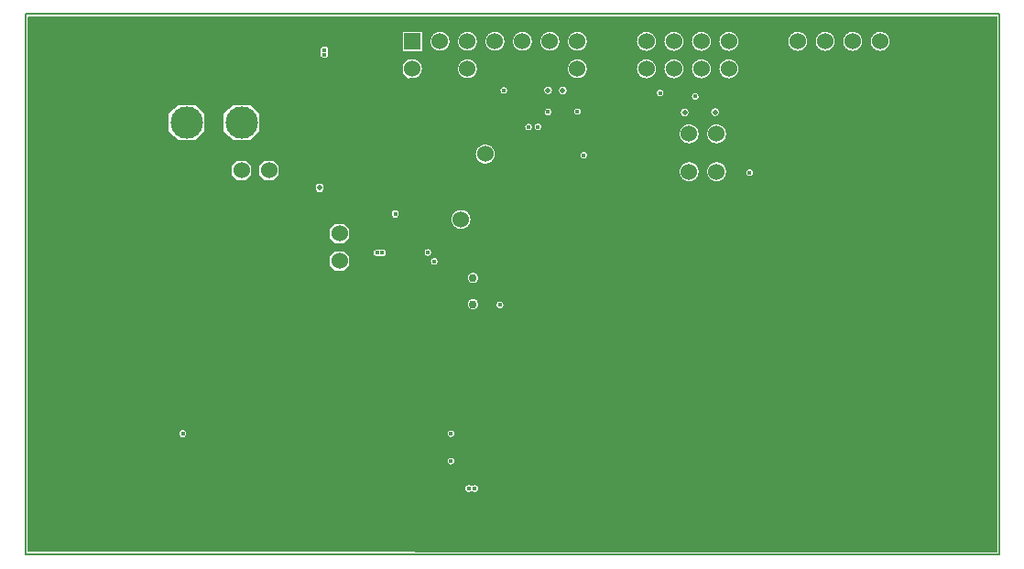
<source format=gtl>
G04 Layer_Physical_Order=1*
G04 Layer_Color=255*
%FSLAX25Y25*%
%MOIN*%
G70*
G01*
G75*
%ADD10C,0.00800*%
%ADD11C,0.03000*%
%ADD12R,0.20561X1.95232*%
%ADD13R,2.11840X0.13288*%
%ADD14R,0.12178X0.19455*%
%ADD15R,0.06857X0.53228*%
%ADD16C,0.00787*%
%ADD17C,0.06000*%
%ADD18R,0.06000X0.06000*%
%ADD19C,0.11800*%
%ADD20C,0.21654*%
%ADD21C,0.01200*%
%ADD22C,0.01600*%
%ADD23C,0.02000*%
G54D10*
X156468Y33976D02*
G03*
X156468Y33976I-1600J0D01*
G01*
Y43976D02*
G03*
X156468Y43976I-1600J0D01*
G01*
X162378Y25114D02*
G03*
X162378Y22839I-1125J-1137D01*
G01*
D02*
G03*
X165103Y23976I1125J1137D01*
G01*
D02*
G03*
X162378Y25114I-1600J0D01*
G01*
X165182Y91140D02*
G03*
X165182Y91140I-2300J0D01*
G01*
Y100739D02*
G03*
X165182Y100739I-2300J0D01*
G01*
X174254Y90867D02*
G03*
X174254Y90867I-1600J0D01*
G01*
X150354Y106738D02*
G03*
X150354Y106738I-1600J0D01*
G01*
X148054Y109979D02*
G03*
X148054Y109979I-1600J0D01*
G01*
X162305Y122055D02*
G03*
X162305Y122055I-3800J0D01*
G01*
X144658Y176921D02*
G03*
X140618Y180714I-3800J0D01*
G01*
X139877Y173250D02*
G03*
X144658Y176921I981J3671D01*
G01*
X164658D02*
G03*
X164658Y176921I-3800J0D01*
G01*
X171104Y145831D02*
G03*
X171104Y145831I-3800J0D01*
G01*
X175702Y169039D02*
G03*
X175702Y169039I-1600J0D01*
G01*
X154658Y186921D02*
G03*
X154658Y186921I-3800J0D01*
G01*
X164658D02*
G03*
X164658Y186921I-3800J0D01*
G01*
X174658D02*
G03*
X174658Y186921I-3800J0D01*
G01*
X184702Y155718D02*
G03*
X184702Y155718I-1600J0D01*
G01*
X188101D02*
G03*
X188101Y155718I-1600J0D01*
G01*
X191798Y161168D02*
G03*
X191798Y161168I-1600J0D01*
G01*
X184658Y186921D02*
G03*
X184658Y186921I-3800J0D01*
G01*
X191998Y169098D02*
G03*
X191998Y169098I-1800J0D01*
G01*
X197328Y168998D02*
G03*
X197328Y168998I-1800J0D01*
G01*
X194658Y186921D02*
G03*
X194658Y186921I-3800J0D01*
G01*
X245331Y139439D02*
G03*
X245331Y139439I-3800J0D01*
G01*
X204740Y145408D02*
G03*
X204740Y145408I-1600J0D01*
G01*
X245331Y153197D02*
G03*
X245331Y153197I-3800J0D01*
G01*
X255331Y139439D02*
G03*
X255331Y139439I-3800J0D01*
G01*
Y153197D02*
G03*
X255331Y153197I-3800J0D01*
G01*
X202459Y161333D02*
G03*
X202459Y161333I-1600J0D01*
G01*
X241733Y161034D02*
G03*
X241733Y161034I-1800J0D01*
G01*
X252764Y161134D02*
G03*
X252764Y161134I-1800J0D01*
G01*
X265149Y139052D02*
G03*
X265149Y139052I-1600J0D01*
G01*
X204658Y176921D02*
G03*
X204658Y176921I-3800J0D01*
G01*
X229795D02*
G03*
X229795Y176921I-3800J0D01*
G01*
X232563Y168081D02*
G03*
X232563Y168081I-1600J0D01*
G01*
X239795Y176921D02*
G03*
X239795Y176921I-3800J0D01*
G01*
X245364Y166834D02*
G03*
X245364Y166834I-1600J0D01*
G01*
X204658Y186921D02*
G03*
X204658Y186921I-3800J0D01*
G01*
X229795D02*
G03*
X229795Y186921I-3800J0D01*
G01*
X239795D02*
G03*
X239795Y186921I-3800J0D01*
G01*
X249795Y176921D02*
G03*
X249795Y176921I-3800J0D01*
G01*
X259795D02*
G03*
X259795Y176921I-3800J0D01*
G01*
X249795Y186921D02*
G03*
X249795Y186921I-3800J0D01*
G01*
X284833D02*
G03*
X284833Y186921I-3800J0D01*
G01*
X294833D02*
G03*
X294833Y186921I-3800J0D01*
G01*
X259795D02*
G03*
X259795Y186921I-3800J0D01*
G01*
X304833D02*
G03*
X304833Y186921I-3800J0D01*
G01*
X314833D02*
G03*
X314833Y186921I-3800J0D01*
G01*
X145091Y33391D02*
X153379D01*
X144913Y33891D02*
X153270D01*
X144735Y34391D02*
X153323D01*
X153434Y16220D02*
Y33266D01*
X150811Y20485D02*
X153467Y16168D01*
X146433Y29622D02*
X148462Y24977D01*
X150811Y20485D01*
X144732Y34397D02*
X146433Y29622D01*
X147934Y26185D02*
Y105365D01*
X143369Y39279D02*
X144732Y34397D01*
X144595Y34890D02*
X153555D01*
X148934Y24074D02*
Y105149D01*
X149434Y23117D02*
Y105290D01*
X148434Y25041D02*
Y105171D01*
X153434Y34686D02*
Y43266D01*
X149030Y23890D02*
X159654D01*
X148769Y24390D02*
X159706D01*
X148507Y24891D02*
X159939D01*
X148282Y25390D02*
X160503D01*
X153467Y16168D02*
X156417Y12046D01*
X149814Y22390D02*
X161040D01*
X149292Y23391D02*
X159763D01*
X149553Y22891D02*
X160077D01*
X145447Y32390D02*
X154656D01*
X145269Y32890D02*
X153693D01*
X144455Y35390D02*
X154120D01*
X153934Y15514D02*
Y32677D01*
X154434Y14816D02*
Y32436D01*
X153934Y35276D02*
Y42677D01*
X154434Y35517D02*
Y42436D01*
X142350Y44245D02*
X143369Y39279D01*
X142331Y44390D02*
X153323D01*
X142264Y44890D02*
X153555D01*
X142628Y42891D02*
X153693D01*
X142731Y42390D02*
X154656D01*
X142423Y43891D02*
X153270D01*
X142525Y43391D02*
X153379D01*
X141518Y90891D02*
X160595D01*
X141518Y91391D02*
X160596D01*
X141517Y105391D02*
X147892D01*
X141517Y100891D02*
X160587D01*
X141680Y49269D02*
X142350Y44245D01*
X141519Y51163D02*
X141680Y49269D01*
X142197Y45390D02*
X154120D01*
X141518Y91891D02*
X160708D01*
X141518Y92391D02*
X160952D01*
X141518Y92891D02*
X161391D01*
X141518Y93391D02*
X162410D01*
X141518Y89390D02*
X161388D01*
X141518Y88890D02*
X162400D01*
X141518Y90390D02*
X160707D01*
X141518Y89890D02*
X160951D01*
X141517Y101391D02*
X160676D01*
X141517Y101891D02*
X160891D01*
X141517Y102391D02*
X161281D01*
X141517Y102891D02*
X162069D01*
X141517Y99391D02*
X161019D01*
X141517Y98891D02*
X161513D01*
X141517Y100391D02*
X160608D01*
X141517Y99891D02*
X160744D01*
X161434Y8168D02*
Y22387D01*
X156417Y12046D02*
X159626Y8168D01*
X160934D02*
Y22408D01*
X162934Y8168D02*
Y22481D01*
X163434Y8168D02*
Y22378D01*
X161934Y8168D02*
Y22529D01*
X161464Y22390D02*
X163291D01*
X155934Y12721D02*
Y32783D01*
X156434Y12026D02*
Y33649D01*
X154934Y14118D02*
Y32378D01*
X155434Y13419D02*
Y32480D01*
X160434Y8168D02*
Y22601D01*
X162434Y8168D02*
Y22786D01*
X159934Y8168D02*
Y23069D01*
X159626Y8168D02*
X184624D01*
X159441Y8390D02*
X184847D01*
X159028Y8890D02*
X185347D01*
X158614Y9391D02*
X185847D01*
X164434Y8168D02*
Y22675D01*
X164934Y8168D02*
Y23261D01*
X163934Y8168D02*
Y22436D01*
X171434Y8168D02*
Y89831D01*
X171934Y8168D02*
Y89438D01*
X164934Y24692D02*
Y90101D01*
X173434Y8168D02*
Y89469D01*
X173934Y8168D02*
Y89907D01*
X172434Y8168D02*
Y89282D01*
X172934Y8168D02*
Y89291D01*
X155934Y35169D02*
Y42783D01*
X156434Y34304D02*
Y43649D01*
X154934Y35575D02*
Y42378D01*
X155434Y35473D02*
Y42480D01*
X162434Y25167D02*
Y88884D01*
X162001Y25390D02*
X162755D01*
X162934Y25472D02*
Y88840D01*
X163434Y25575D02*
Y88907D01*
X160934Y25545D02*
Y89916D01*
X161434Y25566D02*
Y89352D01*
X160934Y92363D02*
Y99515D01*
X161434Y92927D02*
Y98952D01*
X161934Y93235D02*
Y98643D01*
Y25424D02*
Y89044D01*
X162434Y93396D02*
Y98483D01*
X162934Y93439D02*
Y98440D01*
X163934Y25517D02*
Y89094D01*
X164434Y25278D02*
Y89442D01*
X164813Y89890D02*
X171387D01*
X164376Y89390D02*
X172037D01*
X165168Y90891D02*
X171054D01*
X165057Y90390D02*
X171127D01*
X165168Y91391D02*
X171143D01*
X165056Y91891D02*
X171425D01*
X163934Y93185D02*
Y98694D01*
X163434Y93372D02*
Y98506D01*
X164934Y92178D02*
Y99701D01*
X164434Y92837D02*
Y99042D01*
X164812Y92391D02*
X172167D01*
X141517Y106391D02*
X147192D01*
X141517Y106890D02*
X147161D01*
X141517Y107390D02*
X147293D01*
X146434Y29618D02*
Y108379D01*
X146934Y28474D02*
Y108453D01*
X145434Y32426D02*
Y108746D01*
X145934Y31022D02*
Y108466D01*
X142434Y43834D02*
Y173464D01*
X142934Y41399D02*
Y173739D01*
X141516Y131275D02*
X141519Y51163D01*
X141934Y47361D02*
Y173277D01*
X144434Y35465D02*
Y175637D01*
X144934Y33830D02*
Y109478D01*
X143434Y39046D02*
Y174128D01*
X143934Y37256D02*
Y174691D01*
X147434Y27330D02*
Y105834D01*
X141517Y105891D02*
X147397D01*
X141517Y107890D02*
X147644D01*
X150434Y21205D02*
Y183145D01*
X150934Y20284D02*
Y183122D01*
X147434Y107643D02*
Y108714D01*
X149934Y22161D02*
Y105658D01*
X151934Y18658D02*
Y183277D01*
X152434Y17846D02*
Y183464D01*
X149934Y107819D02*
Y183235D01*
X151434Y19471D02*
Y183165D01*
X152934Y17033D02*
Y183739D01*
X153434Y44686D02*
Y184128D01*
X153934Y45276D02*
Y184691D01*
X154434Y45516D02*
Y185637D01*
X141517Y109890D02*
X144856D01*
X141517Y110390D02*
X144908D01*
X141517Y110890D02*
X145139D01*
X141517Y111390D02*
X145701D01*
X141517Y108390D02*
X146261D01*
X147934Y108113D02*
Y109372D01*
X141517Y109390D02*
X144966D01*
X141517Y108890D02*
X145281D01*
X144934Y110479D02*
Y195657D01*
X145434Y111212D02*
Y195657D01*
X145934Y111492D02*
Y195657D01*
X147434Y111243D02*
Y185272D01*
X147934Y110586D02*
Y184494D01*
X146434Y111579D02*
Y195657D01*
X146934Y111505D02*
Y195657D01*
X141517Y120890D02*
X154888D01*
X141517Y120390D02*
X155089D01*
X141517Y121890D02*
X154708D01*
X141517Y121390D02*
X154763D01*
X141517Y118891D02*
X156401D01*
X141517Y118391D02*
X157499D01*
X141517Y119890D02*
X155382D01*
X141517Y119390D02*
X155795D01*
X148434Y108306D02*
Y183995D01*
X141517Y122390D02*
X154720D01*
X141517Y122890D02*
X154798D01*
X141517Y123390D02*
X154947D01*
X148934Y108328D02*
Y183644D01*
X149434Y108187D02*
Y183398D01*
X154934Y123356D02*
Y195657D01*
X166934Y8168D02*
Y142049D01*
X165934Y8168D02*
Y142286D01*
X166434Y8168D02*
Y142131D01*
X168434Y8168D02*
Y142203D01*
X168934Y8168D02*
Y142398D01*
X167434Y8168D02*
Y142033D01*
X167934Y8168D02*
Y142083D01*
X169934Y8168D02*
Y143088D01*
X170434Y8168D02*
Y143676D01*
X165434Y8168D02*
Y142522D01*
X169434Y8168D02*
Y142684D01*
X174934Y8168D02*
Y167673D01*
X175434Y8168D02*
Y168154D01*
X170934Y8168D02*
Y144708D01*
X174434Y8168D02*
Y167474D01*
X181434Y8168D02*
Y183165D01*
X181934Y8168D02*
Y154624D01*
X180434Y8168D02*
Y183145D01*
X180934Y8168D02*
Y183122D01*
X183434Y8168D02*
Y154153D01*
X183934Y8168D02*
Y154352D01*
X182434Y8168D02*
Y154264D01*
X182934Y8168D02*
Y154127D01*
X176934Y8168D02*
Y195657D01*
X177434Y8168D02*
Y185272D01*
X175934Y8168D02*
Y195657D01*
X176434Y8168D02*
Y195657D01*
X178934Y8168D02*
Y183644D01*
X179934Y8168D02*
Y183235D01*
X177934Y8168D02*
Y184494D01*
X178434Y8168D02*
Y183995D01*
X157934Y10212D02*
Y118298D01*
X158434Y9608D02*
Y118256D01*
X156934Y11421D02*
Y118595D01*
X157434Y10817D02*
Y118409D01*
X158934Y9004D02*
Y118279D01*
X159434Y8399D02*
Y118370D01*
X159934Y24884D02*
Y118534D01*
X160434Y25352D02*
Y118781D01*
X155934Y45169D02*
Y119256D01*
X156434Y44304D02*
Y118869D01*
X154934Y45575D02*
Y120754D01*
X155434Y45473D02*
Y119816D01*
X160934Y101962D02*
Y119133D01*
X161434Y102526D02*
Y119635D01*
X161934Y123691D02*
Y173277D01*
Y102835D02*
Y120419D01*
X164934Y101777D02*
Y142860D01*
X173434Y92264D02*
Y167585D01*
X163934Y102784D02*
Y144074D01*
X164434Y102436D02*
Y143340D01*
X184434Y8168D02*
Y154833D01*
X184934Y8478D02*
Y155391D01*
X173934Y91826D02*
Y167448D01*
X185434Y8978D02*
Y154525D01*
X163434Y102972D02*
Y174128D01*
X171434Y91902D02*
Y183165D01*
X162434Y102995D02*
Y173464D01*
X162934Y103038D02*
Y173739D01*
X171934Y92295D02*
Y183277D01*
X179434Y8168D02*
Y183398D01*
X172434Y92451D02*
Y183464D01*
X172934Y92442D02*
Y167945D01*
X143478Y38890D02*
X348343D01*
X143347Y39391D02*
X348489D01*
X143244Y39891D02*
X348634D01*
X144036Y36891D02*
X347731D01*
X143897Y37391D02*
X347908D01*
X143757Y37890D02*
X348053D01*
X143617Y38390D02*
X348198D01*
X142064Y46391D02*
X349959D01*
X142130Y45891D02*
X349959D01*
X141930Y47390D02*
X349959D01*
X141997Y46891D02*
X349959D01*
X143141Y40391D02*
X348779D01*
X143039Y40890D02*
X348924D01*
X142936Y41390D02*
X349070D01*
X142833Y41890D02*
X349215D01*
X141585Y50390D02*
X349959D01*
X141627Y49891D02*
X349959D01*
X141519Y51390D02*
X349959D01*
X141542Y50890D02*
X349959D01*
X141797Y48390D02*
X349959D01*
X141864Y47890D02*
X349959D01*
X141669Y49391D02*
X349959D01*
X141730Y48891D02*
X349959D01*
X141519Y54391D02*
X349959D01*
X141519Y53891D02*
X349959D01*
X141519Y55391D02*
X349959D01*
X141519Y54891D02*
X349959D01*
X141519Y52390D02*
X349959D01*
X141519Y51890D02*
X349959D01*
X141519Y53391D02*
X349959D01*
X141519Y52890D02*
X349959D01*
X141518Y65891D02*
X349959D01*
X141518Y66891D02*
X349959D01*
X141518Y66391D02*
X349959D01*
X141519Y64390D02*
X349959D01*
X141519Y63890D02*
X349959D01*
X141518Y65390D02*
X349959D01*
X141518Y64890D02*
X349959D01*
X141518Y69890D02*
X349959D01*
X141518Y69390D02*
X349959D01*
X141518Y70890D02*
X349959D01*
X141518Y70390D02*
X349959D01*
X141518Y67891D02*
X349959D01*
X141518Y67391D02*
X349959D01*
X141518Y68891D02*
X349959D01*
X141518Y68391D02*
X349959D01*
X141519Y58390D02*
X349959D01*
X141519Y57890D02*
X349959D01*
X141519Y59390D02*
X349959D01*
X141519Y58890D02*
X349959D01*
X141519Y56391D02*
X349959D01*
X141519Y55891D02*
X349959D01*
X141519Y57390D02*
X349959D01*
X141519Y56890D02*
X349959D01*
X141519Y62391D02*
X349959D01*
X141519Y61891D02*
X349959D01*
X141519Y63390D02*
X349959D01*
X141519Y62890D02*
X349959D01*
X141519Y60391D02*
X349959D01*
X141519Y59891D02*
X349959D01*
X141519Y61391D02*
X349959D01*
X141519Y60891D02*
X349959D01*
X156546Y11891D02*
X188347D01*
X156171Y12391D02*
X188847D01*
X155813Y12890D02*
X189347D01*
X158201Y9890D02*
X186347D01*
X157787Y10390D02*
X186847D01*
X157373Y10891D02*
X187347D01*
X156960Y11390D02*
X187847D01*
X154739Y14390D02*
X337104D01*
X154381Y14890D02*
X337419D01*
X154023Y15391D02*
X337734D01*
X153665Y15890D02*
X338049D01*
X184624Y8168D02*
X189624Y13168D01*
X304624D01*
X155455Y13390D02*
X336474D01*
X155097Y13891D02*
X336789D01*
X152099Y18391D02*
X339499D01*
X151791Y18891D02*
X339767D01*
X151484Y19390D02*
X340035D01*
X151176Y19891D02*
X340303D01*
X153330Y16390D02*
X338363D01*
X153022Y16891D02*
X338678D01*
X152714Y17391D02*
X338963D01*
X152407Y17890D02*
X339231D01*
X150869Y20391D02*
X340571D01*
X150599Y20890D02*
X340840D01*
X150337Y21391D02*
X341108D01*
X150076Y21891D02*
X341376D01*
X163715Y22390D02*
X341644D01*
X164678Y22891D02*
X341912D01*
X164992Y23391D02*
X342180D01*
X165101Y23890D02*
X342422D01*
X147845Y26390D02*
X343546D01*
X147626Y26891D02*
X343771D01*
X147408Y27391D02*
X343995D01*
X147189Y27891D02*
X344220D01*
X165049Y24390D02*
X342647D01*
X164816Y24891D02*
X342872D01*
X164252Y25390D02*
X343096D01*
X148063Y25890D02*
X343321D01*
X146159Y30391D02*
X345340D01*
X145981Y30891D02*
X345524D01*
X145803Y31391D02*
X345708D01*
X145625Y31890D02*
X345892D01*
X146971Y28390D02*
X344445D01*
X146752Y28890D02*
X344669D01*
X146534Y29390D02*
X344894D01*
X146337Y29890D02*
X345119D01*
X155080Y32390D02*
X346076D01*
X156043Y32890D02*
X346259D01*
X155617Y35390D02*
X347179D01*
X144316Y35890D02*
X347363D01*
X156357Y33391D02*
X346444D01*
X156466Y33891D02*
X346627D01*
X156414Y34391D02*
X346811D01*
X156181Y34890D02*
X346995D01*
X144176Y36391D02*
X347547D01*
X155080Y42390D02*
X349360D01*
X156043Y42891D02*
X349505D01*
X155617Y45390D02*
X349959D01*
X156357Y43391D02*
X349651D01*
X156466Y43891D02*
X349796D01*
X156414Y44390D02*
X349941D01*
X156181Y44890D02*
X349959D01*
X141518Y73391D02*
X349959D01*
X141518Y74391D02*
X349959D01*
X141518Y73891D02*
X349959D01*
X141518Y71890D02*
X349959D01*
X141518Y71390D02*
X349959D01*
X141518Y72891D02*
X349959D01*
X141518Y72391D02*
X349959D01*
X141518Y77390D02*
X349959D01*
X141518Y76890D02*
X349959D01*
X141518Y78391D02*
X349959D01*
X141518Y77890D02*
X349959D01*
X141518Y75390D02*
X349959D01*
X141518Y74891D02*
X349959D01*
X141518Y76390D02*
X349959D01*
X141518Y75890D02*
X349959D01*
X141518Y80891D02*
X351212D01*
X141518Y81391D02*
X351712D01*
X141518Y81890D02*
X352212D01*
X141518Y82390D02*
X352377D01*
X141518Y79391D02*
X349959D01*
X141518Y78891D02*
X349959D01*
X141518Y79891D02*
X350212D01*
X141518Y80391D02*
X350712D01*
X141518Y85391D02*
X352377D01*
X141518Y84891D02*
X352377D01*
X141518Y86391D02*
X352377D01*
X141518Y85891D02*
X352377D01*
X141518Y83390D02*
X352377D01*
X141518Y82890D02*
X352377D01*
X141518Y84390D02*
X352377D01*
X141518Y83890D02*
X352377D01*
X141518Y94390D02*
X352377D01*
X141518Y93891D02*
X352377D01*
X141518Y95390D02*
X352377D01*
X141518Y94890D02*
X352377D01*
X141518Y87391D02*
X352377D01*
X141518Y86891D02*
X352377D01*
X141518Y88390D02*
X352377D01*
X141518Y87890D02*
X352377D01*
X141517Y98391D02*
X352377D01*
X141517Y97891D02*
X352377D01*
X141517Y103891D02*
X352377D01*
X141517Y103391D02*
X352377D01*
X141517Y96390D02*
X352377D01*
X141517Y95890D02*
X352377D01*
X141517Y97391D02*
X352377D01*
X141517Y96890D02*
X352377D01*
X141517Y112891D02*
X352377D01*
X141517Y112390D02*
X352377D01*
X141517Y113891D02*
X352377D01*
X141517Y113391D02*
X352377D01*
X141517Y104891D02*
X352377D01*
X141517Y104391D02*
X352377D01*
X141517Y111890D02*
X352377D01*
X146647Y108390D02*
X352377D01*
X141517Y116391D02*
X352377D01*
X141517Y116891D02*
X352749D01*
X141517Y117891D02*
X353135D01*
X141517Y117391D02*
X353135D01*
X141517Y114891D02*
X352377D01*
X141517Y114391D02*
X352377D01*
X141517Y115891D02*
X352377D01*
X141517Y115391D02*
X352377D01*
X185934Y9477D02*
Y154222D01*
X186434Y9978D02*
Y154119D01*
X186934Y10477D02*
Y154178D01*
X187434Y10977D02*
Y154419D01*
X187934Y11478D02*
Y155008D01*
X189934Y13168D02*
Y159589D01*
X190434Y13168D02*
Y159585D01*
X188434Y11977D02*
Y168737D01*
X188934Y12477D02*
Y160186D01*
X189434Y12978D02*
Y159761D01*
X190934Y13168D02*
Y159747D01*
X192434Y13168D02*
Y183464D01*
X192934Y13168D02*
Y183739D01*
X191434Y13168D02*
Y160152D01*
X191934Y13168D02*
Y168625D01*
X173272Y89390D02*
X352377D01*
X163364Y88890D02*
X352377D01*
X173142Y92391D02*
X352377D01*
X173884Y91891D02*
X352377D01*
X174182Y90390D02*
X352377D01*
X173922Y89890D02*
X352377D01*
X174166Y91391D02*
X352377D01*
X174254Y90891D02*
X352377D01*
X193434Y13168D02*
Y184128D01*
X164373Y92891D02*
X352377D01*
X164251Y98891D02*
X352377D01*
X163354Y93391D02*
X352377D01*
X194934Y13168D02*
Y167299D01*
X195434Y13168D02*
Y167201D01*
X193934Y13168D02*
Y168162D01*
X194434Y13168D02*
Y167569D01*
X164873Y101891D02*
X352377D01*
X164745Y99391D02*
X352377D01*
X163695Y102891D02*
X352377D01*
X164483Y102391D02*
X352377D01*
X165155Y100391D02*
X352377D01*
X165020Y99891D02*
X352377D01*
X165088Y101391D02*
X352377D01*
X165177Y100891D02*
X352377D01*
X149864Y107890D02*
X352377D01*
X149616Y105391D02*
X352377D01*
X147942Y109390D02*
X352377D01*
X147627Y108890D02*
X352377D01*
X150316Y106391D02*
X352377D01*
X150111Y105891D02*
X352377D01*
X150215Y107390D02*
X352377D01*
X150347Y106890D02*
X352377D01*
X148000Y110390D02*
X352377D01*
X148052Y109890D02*
X352377D01*
X147207Y111390D02*
X352377D01*
X147769Y110890D02*
X352377D01*
X160608Y118891D02*
X353135D01*
X159510Y118391D02*
X353135D01*
X161628Y119890D02*
X353135D01*
X161214Y119390D02*
X353135D01*
X162122Y120890D02*
X353135D01*
X161921Y120390D02*
X353135D01*
X161832Y123890D02*
X353135D01*
X162062Y123390D02*
X353135D01*
X162301Y121890D02*
X353135D01*
X162246Y121390D02*
X353135D01*
X162212Y122890D02*
X353135D01*
X162290Y122390D02*
X353135D01*
X132377Y137519D02*
X133877Y136019D01*
X132377Y137519D02*
Y161019D01*
X132434Y137462D02*
Y161076D01*
X133934Y136019D02*
Y162519D01*
X134434Y136019D02*
Y162519D01*
X132934Y136962D02*
Y161576D01*
X133434Y136462D02*
Y162076D01*
X135934Y136019D02*
Y162519D01*
X136434Y136019D02*
Y162519D01*
X134934Y136019D02*
Y162519D01*
X135434Y136019D02*
Y162519D01*
X137934Y136019D02*
Y162519D01*
X138434Y136019D02*
Y162576D01*
X136934Y136019D02*
Y162519D01*
X137434Y136019D02*
Y162519D01*
X139377Y133414D02*
Y135121D01*
Y133414D02*
X141516Y131275D01*
X133877Y136019D02*
X138479D01*
X139377Y135121D01*
X141517Y123890D02*
X155177D01*
X141517Y124390D02*
X155507D01*
X141517Y124890D02*
X155975D01*
X141517Y125391D02*
X156684D01*
X138934Y135564D02*
Y163076D01*
X139434Y133358D02*
Y163576D01*
X132377Y142891D02*
X164897D01*
X132377Y142391D02*
X165690D01*
X140934Y131858D02*
Y173122D01*
X141434Y131358D02*
Y173165D01*
X139934Y132858D02*
Y173235D01*
X140434Y132358D02*
Y173145D01*
X132377Y145390D02*
X163530D01*
X132377Y145890D02*
X163504D01*
X132377Y146390D02*
X163545D01*
X132377Y161019D02*
X133877Y162519D01*
X138377D01*
X139877Y164019D02*
Y173250D01*
X138377Y162519D02*
X139877Y164019D01*
X141377Y181398D02*
Y183121D01*
X140618Y180714D02*
X141377Y181398D01*
X141934Y180566D02*
Y183121D01*
X142262Y173390D02*
X159453D01*
X141434Y180677D02*
Y183121D01*
X141377D02*
X144658D01*
X132377Y146890D02*
X163655D01*
X132377Y147390D02*
X163839D01*
X132377Y147890D02*
X164111D01*
X132377Y148390D02*
X164496D01*
X132377Y143891D02*
X164037D01*
X132377Y143391D02*
X164391D01*
X132377Y144890D02*
X163622D01*
X132377Y144390D02*
X163787D01*
X132377Y148890D02*
X165051D01*
X132377Y149390D02*
X165974D01*
X139877Y168391D02*
X172639D01*
X139877Y167891D02*
X172987D01*
X139877Y168891D02*
X172509D01*
X139877Y169390D02*
X172541D01*
X139877Y169890D02*
X172747D01*
X139877Y170390D02*
X173245D01*
X158434Y125854D02*
Y173995D01*
X143692Y174390D02*
X158023D01*
X143150Y173890D02*
X158566D01*
X159934Y125576D02*
Y173235D01*
X160434Y125329D02*
Y173145D01*
X158934Y125831D02*
Y173644D01*
X159434Y125740D02*
Y173398D01*
X144336Y175391D02*
X157380D01*
X144070Y174890D02*
X157646D01*
X144621Y176391D02*
X157095D01*
X144515Y175891D02*
X157200D01*
X157434Y125701D02*
Y175272D01*
X157934Y125812D02*
Y174494D01*
X144658Y176891D02*
X157058D01*
X144629Y177391D02*
X157087D01*
X160934Y124977D02*
Y173122D01*
X161434Y124475D02*
Y173165D01*
X163934Y147587D02*
Y174691D01*
X170934Y146953D02*
Y183122D01*
X164434Y148322D02*
Y175637D01*
X168934Y149263D02*
Y183644D01*
X169434Y148977D02*
Y183398D01*
X167934Y149578D02*
Y184494D01*
X168434Y149459D02*
Y183995D01*
X169934Y148573D02*
Y183235D01*
X170434Y147985D02*
Y183145D01*
X172934Y170133D02*
Y183739D01*
X173434Y170493D02*
Y184128D01*
X143934Y179152D02*
Y183121D01*
X143746Y179391D02*
X157969D01*
X143434Y179715D02*
Y183121D01*
X143229Y179891D02*
X158486D01*
X144434Y178206D02*
Y183121D01*
X144532Y177891D02*
X157184D01*
X144362Y178391D02*
X157353D01*
X144108Y178891D02*
X157608D01*
X142434Y180379D02*
Y183121D01*
X142934Y180104D02*
Y183121D01*
X144658Y183890D02*
X148566D01*
X144658Y183390D02*
X149453D01*
X158434Y179848D02*
Y183995D01*
X153150Y183890D02*
X158566D01*
X144658Y184390D02*
X148023D01*
X153692D02*
X158023D01*
X142409Y180391D02*
X159307D01*
X159934Y180607D02*
Y183235D01*
X152262Y183390D02*
X159453D01*
X160434Y180698D02*
Y183145D01*
X161434Y180677D02*
Y183165D01*
X161934Y180566D02*
Y183277D01*
X160934Y180721D02*
Y183122D01*
X162262Y183390D02*
X169453D01*
X158934Y180199D02*
Y183644D01*
X162934Y180104D02*
Y183739D01*
X159434Y180445D02*
Y183398D01*
X162434Y180379D02*
Y183464D01*
X163434Y179715D02*
Y184128D01*
X163150Y183890D02*
X168566D01*
X163692Y184390D02*
X168023D01*
X173692D02*
X178023D01*
X144658Y186890D02*
X147058D01*
X144658Y187390D02*
X147087D01*
X144658Y187891D02*
X147184D01*
X144658Y185390D02*
X147380D01*
X144658Y184890D02*
X147646D01*
X144658Y186390D02*
X147095D01*
X144658Y185890D02*
X147200D01*
X144658Y183121D02*
Y190721D01*
Y188391D02*
X147353D01*
X144658Y188891D02*
X147608D01*
X154434Y188206D02*
Y195657D01*
X155434Y124294D02*
Y195657D01*
X147434Y188570D02*
Y195657D01*
X153934Y189152D02*
Y195657D01*
X154336Y185390D02*
X157380D01*
X154070Y184890D02*
X157646D01*
X154621Y186390D02*
X157095D01*
X154515Y185890D02*
X157200D01*
X157434Y178570D02*
Y185272D01*
X157934Y179349D02*
Y184494D01*
X154658Y186890D02*
X157058D01*
X154629Y187390D02*
X157087D01*
X155934Y124854D02*
Y195657D01*
X154532Y187891D02*
X157184D01*
X154362Y188391D02*
X157353D01*
X154108Y188891D02*
X157608D01*
X156434Y125241D02*
Y195657D01*
X156934Y125515D02*
Y195657D01*
X157434Y188570D02*
Y195657D01*
X142434Y190721D02*
Y195657D01*
X142934Y190721D02*
Y195657D01*
X141377Y190721D02*
Y195657D01*
Y190721D02*
X144658D01*
Y189391D02*
X147969D01*
X144658Y189891D02*
X148486D01*
X143434Y190721D02*
Y195657D01*
X144658Y190391D02*
X149307D01*
X143934Y190721D02*
Y195657D01*
X144434Y190721D02*
Y195657D01*
X141434Y190721D02*
Y195657D01*
X141934Y190721D02*
Y195657D01*
X147934Y189349D02*
Y195657D01*
X148434Y189848D02*
Y195657D01*
X148934Y190199D02*
Y195657D01*
X149434Y190445D02*
Y195657D01*
X149934Y190608D02*
Y195657D01*
X151934Y190566D02*
Y195657D01*
X150434Y190698D02*
Y195657D01*
X150934Y190721D02*
Y195657D01*
X153746Y189391D02*
X157969D01*
X153229Y189891D02*
X158486D01*
X152434Y190379D02*
Y195657D01*
X152409Y190391D02*
X159307D01*
X153434Y189715D02*
Y195657D01*
X157934Y189349D02*
Y195657D01*
X151434Y190677D02*
Y195657D01*
X152934Y190104D02*
Y195657D01*
X158434Y189848D02*
Y195657D01*
X158934Y190199D02*
Y195657D01*
X159434Y190445D02*
Y195657D01*
X159934Y190608D02*
Y195657D01*
X164434Y178206D02*
Y185637D01*
X163934Y179152D02*
Y184691D01*
X164336Y185390D02*
X167380D01*
X164621Y186390D02*
X167095D01*
X164515Y185890D02*
X167200D01*
X164658Y186890D02*
X167058D01*
X164629Y187390D02*
X167087D01*
X164934Y148801D02*
Y195657D01*
X164532Y187891D02*
X167183D01*
X164434Y188206D02*
Y195657D01*
X164362Y188391D02*
X167353D01*
X165434Y149139D02*
Y195657D01*
X165934Y149375D02*
Y195657D01*
X166434Y149530D02*
Y195657D01*
X166934Y149613D02*
Y195657D01*
X167434Y149628D02*
Y185272D01*
X173934Y170630D02*
Y184691D01*
X164070Y184890D02*
X167646D01*
X174070D02*
X177646D01*
X174434Y170604D02*
Y185637D01*
X174336Y185390D02*
X177380D01*
X174621Y186390D02*
X177095D01*
X174515Y185890D02*
X177200D01*
X174532Y187891D02*
X177183D01*
X174434Y188206D02*
Y195657D01*
X174362Y188391D02*
X177353D01*
X174934Y170405D02*
Y195657D01*
X175434Y169924D02*
Y195657D01*
X174658Y186890D02*
X177058D01*
X174629Y187390D02*
X177087D01*
X162434Y190379D02*
Y195657D01*
X162409Y190391D02*
X169307D01*
X160934Y190721D02*
Y195657D01*
X161934Y190566D02*
Y195657D01*
X164108Y188891D02*
X167608D01*
X163746Y189391D02*
X167969D01*
X162934Y190104D02*
Y195657D01*
X163229Y189891D02*
X168486D01*
X163434Y189715D02*
Y195657D01*
X163934Y189152D02*
Y195657D01*
X160434Y190698D02*
Y195657D01*
X161434Y190677D02*
Y195657D01*
X167434Y188570D02*
Y195657D01*
X167934Y189349D02*
Y195657D01*
X168434Y189848D02*
Y195657D01*
X168934Y190199D02*
Y195657D01*
X169434Y190445D02*
Y195657D01*
X169934Y190608D02*
Y195657D01*
X170934Y190721D02*
Y195657D01*
X171434Y190677D02*
Y195657D01*
X174108Y188891D02*
X177608D01*
X173746Y189391D02*
X177969D01*
X171934Y190566D02*
Y195657D01*
X173229Y189891D02*
X178486D01*
X172934Y190104D02*
Y195657D01*
X173434Y189715D02*
Y195657D01*
X170434Y190698D02*
Y195657D01*
X172434Y190379D02*
Y195657D01*
X173934Y189152D02*
Y195657D01*
X177434Y188570D02*
Y195657D01*
X177934Y189349D02*
Y195657D01*
X178434Y189848D02*
Y195657D01*
X132377Y138891D02*
X237771D01*
X132377Y139391D02*
X237731D01*
X132377Y139891D02*
X237758D01*
X132506Y137390D02*
X238331D01*
X133006Y136890D02*
X238713D01*
X132377Y138391D02*
X237878D01*
X132377Y137891D02*
X238061D01*
X132377Y150891D02*
X238511D01*
X132377Y150391D02*
X238968D01*
X132377Y151891D02*
X237962D01*
X132377Y151391D02*
X238188D01*
X132377Y140391D02*
X237852D01*
X132377Y140891D02*
X238019D01*
X132377Y141391D02*
X238270D01*
X132377Y141891D02*
X238627D01*
X140901Y131890D02*
X353135D01*
X141401Y131391D02*
X353135D01*
X139901Y132890D02*
X353135D01*
X140401Y132390D02*
X353135D01*
X141516Y129891D02*
X353135D01*
X141516Y129391D02*
X353135D01*
X141516Y130891D02*
X353135D01*
X141516Y130391D02*
X353135D01*
X138608Y135890D02*
X240173D01*
X139108Y135390D02*
X353135D01*
X133506Y136390D02*
X239263D01*
X132377Y149890D02*
X239658D01*
X139377Y133890D02*
X353135D01*
X139401Y133390D02*
X353135D01*
X139377Y134890D02*
X353135D01*
X139377Y134390D02*
X353135D01*
X132377Y156391D02*
X181650D01*
X132377Y156890D02*
X182013D01*
X132377Y159890D02*
X189234D01*
X132377Y154891D02*
X181732D01*
X132377Y154391D02*
X182209D01*
X132377Y155891D02*
X181511D01*
X132377Y155391D02*
X181535D01*
X132377Y160890D02*
X188622D01*
X132377Y160390D02*
X188799D01*
X132749Y161390D02*
X188613D01*
X133249Y161890D02*
X188770D01*
X133749Y162390D02*
X189166D01*
X138749Y162891D02*
X200493D01*
X139877Y167391D02*
X189629D01*
X139877Y166891D02*
X229894D01*
X132377Y157890D02*
X353135D01*
X132377Y157390D02*
X353135D01*
X132377Y158890D02*
X353135D01*
X132377Y158390D02*
X353135D01*
X132377Y152891D02*
X237743D01*
X132377Y152391D02*
X237817D01*
X132377Y153391D02*
X237736D01*
X132377Y153891D02*
X237795D01*
X132377Y159390D02*
X239199D01*
X139249Y163391D02*
X352377D01*
X139877Y164391D02*
X352377D01*
X139749Y163891D02*
X352377D01*
X139877Y165391D02*
X243075D01*
X139877Y164891D02*
X352377D01*
X139877Y166391D02*
X242227D01*
X139877Y165891D02*
X242472D01*
X168918Y142391D02*
X239137D01*
X170571Y143891D02*
X202632D01*
X169711Y142891D02*
X239940D01*
X170986Y144890D02*
X201626D01*
X170820Y144390D02*
X201905D01*
X171078Y145390D02*
X201540D01*
X171104Y145890D02*
X201615D01*
X171063Y146390D02*
X201877D01*
X170953Y146890D02*
X202539D01*
X183995Y154391D02*
X185608D01*
X187394D02*
X237923D01*
X184471Y154891D02*
X185131D01*
X187870D02*
X238129D01*
X141517Y126891D02*
X353135D01*
X141517Y126391D02*
X353135D01*
X141516Y127891D02*
X353135D01*
X141516Y127391D02*
X353135D01*
X161035Y124890D02*
X353135D01*
X161502Y124390D02*
X353135D01*
X141517Y125891D02*
X353135D01*
X160325Y125391D02*
X353135D01*
X141516Y128891D02*
X353135D01*
X141516Y128391D02*
X353135D01*
X168633Y149390D02*
X353135D01*
X169557Y148890D02*
X353135D01*
X170769Y147390D02*
X353135D01*
X170217Y143391D02*
X353135D01*
X170112Y148390D02*
X353135D01*
X170497Y147890D02*
X353135D01*
X184553Y156391D02*
X185049D01*
X184190Y156890D02*
X185412D01*
X189434Y162574D02*
Y167468D01*
X190934Y162588D02*
Y167456D01*
X191434Y162183D02*
Y167790D01*
X189934Y162746D02*
Y167318D01*
X190434Y162750D02*
Y167314D01*
X175564Y168391D02*
X188543D01*
X175216Y167891D02*
X188863D01*
X175456Y169890D02*
X188581D01*
X174958Y170390D02*
X188944D01*
X175695Y168891D02*
X188410D01*
X188934Y162150D02*
Y167816D01*
X175663Y169390D02*
X188421D01*
X191985Y168891D02*
X193731D01*
X188067Y155391D02*
X238428D01*
X188091Y155891D02*
X238850D01*
X187952Y156391D02*
X239472D01*
X187589Y156890D02*
X240638D01*
X191596Y160390D02*
X199566D01*
X191161Y159890D02*
X200167D01*
X191782Y161390D02*
X199260D01*
X191773Y160890D02*
X199321D01*
X190766Y167391D02*
X194719D01*
X191229Y162390D02*
X199658D01*
X191532Y167891D02*
X194109D01*
X191451Y170390D02*
X194387D01*
X191853Y168391D02*
X193834D01*
X191625Y161890D02*
X199359D01*
X191974Y169390D02*
X193772D01*
X191814Y169890D02*
X193965D01*
X139877Y170890D02*
X190030D01*
X164515Y175891D02*
X197200D01*
X164336Y175391D02*
X197380D01*
X164658Y176891D02*
X197058D01*
X164621Y176391D02*
X197095D01*
X164629Y177391D02*
X197087D01*
X164532Y177891D02*
X197184D01*
X181934Y156812D02*
Y183277D01*
X164362Y178391D02*
X197353D01*
X164108Y178891D02*
X197608D01*
X182434Y157172D02*
Y183464D01*
X183934Y157084D02*
Y184691D01*
X182934Y157309D02*
Y183739D01*
X183434Y157283D02*
Y184128D01*
X139877Y171890D02*
X352377D01*
X139877Y171390D02*
X352377D01*
X139877Y172890D02*
X352377D01*
X139877Y172390D02*
X352377D01*
X163150Y173890D02*
X198566D01*
X162262Y173390D02*
X199453D01*
X164070Y174890D02*
X197646D01*
X163692Y174390D02*
X198023D01*
X140814Y180891D02*
X349624D01*
X141369Y181391D02*
X349624D01*
X141377Y182390D02*
X349624D01*
X141377Y182890D02*
X349624D01*
X163746Y179391D02*
X197969D01*
X163229Y179891D02*
X198486D01*
X162409Y180391D02*
X199307D01*
X141377Y181890D02*
X349624D01*
X173150Y183890D02*
X178566D01*
X172263Y183390D02*
X179453D01*
X172409Y190391D02*
X179307D01*
X179434Y190445D02*
Y195657D01*
X184070Y184890D02*
X187646D01*
X183746Y189391D02*
X187969D01*
X179934Y190608D02*
Y195657D01*
X180434Y190698D02*
Y195657D01*
X178934Y190199D02*
Y195657D01*
X181934Y190566D02*
Y195657D01*
X180934Y190721D02*
Y195657D01*
X181434Y190677D02*
Y195657D01*
X183434Y189715D02*
Y195657D01*
X183934Y189152D02*
Y195657D01*
X182434Y190379D02*
Y195657D01*
X182934Y190104D02*
Y195657D01*
X182263Y183390D02*
X189453D01*
X141377Y190891D02*
X349625D01*
X141377Y191391D02*
X349625D01*
X141377Y191891D02*
X349625D01*
X183692Y184390D02*
X188023D01*
X183150Y183890D02*
X188566D01*
X183229Y189891D02*
X188486D01*
X182409Y190391D02*
X189307D01*
X141377Y194390D02*
X349625D01*
X141377Y194890D02*
X349625D01*
X141377Y195390D02*
X349625D01*
X141377Y195657D02*
X349625D01*
X141377Y192391D02*
X349625D01*
X141377Y192891D02*
X349625D01*
X141377Y193391D02*
X349625D01*
X141377Y193891D02*
X349625D01*
X187934Y156428D02*
Y184494D01*
X188434Y169460D02*
Y183995D01*
X188934Y170381D02*
Y183644D01*
X189434Y170729D02*
Y183398D01*
X190934Y170741D02*
Y183122D01*
X189934Y170879D02*
Y183235D01*
X190434Y170883D02*
Y183145D01*
X184434Y156603D02*
Y185637D01*
X184934Y156045D02*
Y195657D01*
X185434Y156911D02*
Y195657D01*
X184336Y185390D02*
X187380D01*
X185934Y157214D02*
Y195657D01*
X187434Y157017D02*
Y185272D01*
X186434Y157317D02*
Y195657D01*
X186934Y157258D02*
Y195657D01*
X191934Y169571D02*
Y183277D01*
X191434Y170406D02*
Y183165D01*
X190365Y170890D02*
X352377D01*
X192262Y183390D02*
X199453D01*
X193692Y184390D02*
X198023D01*
X193150Y183890D02*
X198566D01*
X193934Y169835D02*
Y184691D01*
X194336Y185390D02*
X197380D01*
X194070Y184890D02*
X197646D01*
X194434Y170428D02*
Y185637D01*
X194934Y170697D02*
Y195657D01*
X195434Y170796D02*
Y195657D01*
X194515Y185890D02*
X197200D01*
X184532Y187891D02*
X187183D01*
X184515Y185890D02*
X187200D01*
X184362Y188391D02*
X187353D01*
X184108Y188891D02*
X187608D01*
X184658Y186890D02*
X187058D01*
X184621Y186390D02*
X187095D01*
X184629Y187390D02*
X187087D01*
X190434Y190698D02*
Y195657D01*
X184434Y188206D02*
Y195657D01*
X187434Y188570D02*
Y195657D01*
X187934Y189349D02*
Y195657D01*
X188434Y189848D02*
Y195657D01*
X188934Y190199D02*
Y195657D01*
X189434Y190445D02*
Y195657D01*
X189934Y190608D02*
Y195657D01*
X190934Y190721D02*
Y195657D01*
X194362Y188391D02*
X197353D01*
X194108Y188891D02*
X197608D01*
X193746Y189391D02*
X197969D01*
X193229Y189891D02*
X198486D01*
X194658Y186890D02*
X197058D01*
X194621Y186390D02*
X197095D01*
X194629Y187390D02*
X197087D01*
X194532Y187891D02*
X197184D01*
X192434Y190379D02*
Y195657D01*
X192409Y190391D02*
X199307D01*
X191434Y190677D02*
Y195657D01*
X191934Y190566D02*
Y195657D01*
X193934Y189152D02*
Y195657D01*
X194434Y188206D02*
Y195657D01*
X192934Y190104D02*
Y195657D01*
X193434Y189715D02*
Y195657D01*
X203434Y13168D02*
Y143835D01*
X202434Y13168D02*
Y143972D01*
X202934Y13168D02*
Y143821D01*
X238434Y13168D02*
Y137237D01*
X238934Y13168D02*
Y136665D01*
X203934Y13168D02*
Y144019D01*
X237934Y13168D02*
Y138212D01*
X200934Y13168D02*
Y159735D01*
X201434Y13168D02*
Y159840D01*
X199934Y13168D02*
Y160027D01*
X200434Y13168D02*
Y159790D01*
X201934Y13168D02*
Y144356D01*
X204434Y13168D02*
Y144467D01*
X237934Y140667D02*
Y151970D01*
X238434Y141642D02*
Y150994D01*
X240934Y13168D02*
Y135687D01*
X241434Y13168D02*
Y135641D01*
X239934Y13168D02*
Y135991D01*
X240434Y13168D02*
Y135801D01*
X241934Y13168D02*
Y135661D01*
X242434Y13168D02*
Y135749D01*
X242934Y13168D02*
Y135908D01*
X242889Y135890D02*
X250173D01*
X239434Y13168D02*
Y136270D01*
X243434Y13168D02*
Y136151D01*
X243799Y136390D02*
X249263D01*
X243934Y13168D02*
Y136496D01*
X244434Y13168D02*
Y136988D01*
X244435Y141891D02*
X248627D01*
X244349Y136890D02*
X248712D01*
X238934Y142214D02*
Y150422D01*
X239434Y142609D02*
Y150027D01*
X239934Y142888D02*
Y149748D01*
X240434Y143078D02*
Y149558D01*
X240934Y143193D02*
Y149444D01*
X241434Y143238D02*
Y149398D01*
X238434Y155400D02*
Y160037D01*
X238934Y155972D02*
Y159537D01*
X201551Y159890D02*
X238543D01*
X239434Y156366D02*
Y159305D01*
X239934Y156645D02*
Y159234D01*
X240434Y156835D02*
Y159306D01*
X240934Y156950D02*
Y159539D01*
X241434Y156996D02*
Y160042D01*
X242934Y142971D02*
Y149665D01*
X243122Y142891D02*
X249940D01*
X241934Y143218D02*
Y149418D01*
X242434Y143131D02*
Y149506D01*
X243934Y142383D02*
Y150254D01*
X243925Y142391D02*
X249137D01*
X243434Y142728D02*
Y149908D01*
X243404Y149890D02*
X249658D01*
X242423Y156890D02*
X250638D01*
X241322Y159890D02*
X249663D01*
X240666Y159390D02*
X250518D01*
X244434Y141891D02*
Y150745D01*
X244093Y150391D02*
X248969D01*
X244211Y155891D02*
X248850D01*
X243590Y156391D02*
X249472D01*
X244934Y13168D02*
Y137750D01*
X245001Y137891D02*
X248061D01*
X244731Y137390D02*
X248330D01*
X249434Y13168D02*
Y136270D01*
X249934Y13168D02*
Y135991D01*
X248434Y13168D02*
Y137237D01*
X248934Y13168D02*
Y136665D01*
X245291Y138891D02*
X247771D01*
X245183Y138391D02*
X247878D01*
X245210Y140391D02*
X247852D01*
X245043Y140891D02*
X248019D01*
X245330Y139391D02*
X247731D01*
X247934Y13168D02*
Y138212D01*
X245304Y139891D02*
X247758D01*
X247934Y140667D02*
Y151970D01*
X251434Y13168D02*
Y135641D01*
X251934Y13168D02*
Y135661D01*
X250434Y13168D02*
Y135801D01*
X250934Y13168D02*
Y135687D01*
X253434Y13168D02*
Y136151D01*
X253934Y13168D02*
Y136496D01*
X252434Y13168D02*
Y135749D01*
X252934Y13168D02*
Y135908D01*
X254434Y13168D02*
Y136988D01*
X254934Y13168D02*
Y137750D01*
Y141129D02*
Y151507D01*
X255291Y138891D02*
X261957D01*
X255183Y138391D02*
X262092D01*
X255330Y139391D02*
X261985D01*
X255304Y139891D02*
X262186D01*
X244934Y141129D02*
Y151507D01*
X244792Y141391D02*
X248270D01*
X244874Y151391D02*
X248187D01*
X244551Y150891D02*
X248511D01*
X248434Y141642D02*
Y150994D01*
X248934Y142214D02*
Y150422D01*
X249434Y142609D02*
Y150027D01*
X249934Y142888D02*
Y149748D01*
X245138Y154391D02*
X247923D01*
X245099Y151891D02*
X247962D01*
X244932Y154891D02*
X248129D01*
X244634Y155391D02*
X248428D01*
X245318Y152891D02*
X247743D01*
X245244Y152391D02*
X247817D01*
X245326Y153391D02*
X247736D01*
X245267Y153891D02*
X247795D01*
X250434Y143078D02*
Y149558D01*
X250934Y143193D02*
Y149444D01*
X251434Y143238D02*
Y149398D01*
X251934Y143218D02*
Y149418D01*
X253434Y142728D02*
Y149908D01*
X253934Y142383D02*
Y150254D01*
X252434Y143131D02*
Y149506D01*
X252934Y142971D02*
Y149665D01*
X249934Y156645D02*
Y159658D01*
X250434Y156835D02*
Y159414D01*
X250934Y156950D02*
Y159335D01*
X252434Y156888D02*
Y160096D01*
X254434Y141891D02*
Y150745D01*
X251434Y156996D02*
Y159397D01*
X251934Y156975D02*
Y159618D01*
X196934Y13168D02*
Y167875D01*
X195934Y13168D02*
Y167245D01*
X196434Y13168D02*
Y167443D01*
X198934Y13168D02*
Y173644D01*
X199434Y13168D02*
Y160605D01*
X197934Y13168D02*
Y174494D01*
X198434Y13168D02*
Y173995D01*
X205434Y13168D02*
Y195657D01*
X205934Y13168D02*
Y195657D01*
X197434Y13168D02*
Y175272D01*
X204934Y13168D02*
Y195657D01*
X207434Y13168D02*
Y195657D01*
X207934Y13168D02*
Y195657D01*
X206434Y13168D02*
Y195657D01*
X206934Y13168D02*
Y195657D01*
X213434Y13168D02*
Y195657D01*
X220434Y13168D02*
Y195657D01*
X212434Y13168D02*
Y195657D01*
X212934Y13168D02*
Y195657D01*
X222434Y13168D02*
Y175594D01*
X226434Y13168D02*
Y173147D01*
X220934Y13168D02*
Y195657D01*
X221934Y13168D02*
Y195657D01*
X209434Y13168D02*
Y195657D01*
X209934Y13168D02*
Y195657D01*
X208434Y13168D02*
Y195657D01*
X208934Y13168D02*
Y195657D01*
X211434Y13168D02*
Y195657D01*
X211934Y13168D02*
Y195657D01*
X210434Y13168D02*
Y195657D01*
X210934Y13168D02*
Y195657D01*
X201934Y146459D02*
Y160148D01*
X202434Y146844D02*
Y161053D01*
Y161613D02*
Y173464D01*
X203934Y146797D02*
Y174691D01*
X204434Y146349D02*
Y175637D01*
X202934Y146995D02*
Y173739D01*
X203434Y146981D02*
Y174128D01*
X214934Y13168D02*
Y195657D01*
X215434Y13168D02*
Y195657D01*
X213934Y13168D02*
Y195657D01*
X214434Y13168D02*
Y195657D01*
X216934Y13168D02*
Y195657D01*
X217434Y13168D02*
Y195657D01*
X215934Y13168D02*
Y195657D01*
X216434Y13168D02*
Y195657D01*
X223934Y13168D02*
Y173729D01*
X202152Y160390D02*
X238252D01*
X202397Y160890D02*
X238138D01*
X202458Y161390D02*
X238168D01*
X225434Y13168D02*
Y173163D01*
X225934Y13168D02*
Y173122D01*
X224434Y13168D02*
Y173457D01*
X224934Y13168D02*
Y173272D01*
X218934Y13168D02*
Y195657D01*
X219434Y13168D02*
Y195657D01*
X217934Y13168D02*
Y195657D01*
X218434Y13168D02*
Y195657D01*
X222934Y13168D02*
Y174669D01*
X223434Y13168D02*
Y174114D01*
X219934Y13168D02*
Y195657D01*
X221434Y13168D02*
Y195657D01*
X230434Y13168D02*
Y166571D01*
X229434Y13168D02*
Y167610D01*
X229934Y13168D02*
Y166856D01*
X231934Y13168D02*
Y166809D01*
X232434Y13168D02*
Y167451D01*
X230934Y13168D02*
Y166481D01*
X231434Y13168D02*
Y166552D01*
X233934Y13168D02*
Y173729D01*
X234434Y13168D02*
Y173457D01*
X232934Y13168D02*
Y174669D01*
X233434Y13168D02*
Y174114D01*
X235934Y13168D02*
Y173122D01*
X236434Y13168D02*
Y173147D01*
X234934Y13168D02*
Y173272D01*
X235434Y13168D02*
Y173163D01*
X245934Y13168D02*
Y173122D01*
X246434Y13168D02*
Y173147D01*
X236934Y13168D02*
Y173239D01*
X245434Y13168D02*
Y173163D01*
X256434Y13168D02*
Y173147D01*
X256934Y13168D02*
Y173239D01*
X246934Y13168D02*
Y173239D01*
X255934Y13168D02*
Y173122D01*
X257434Y13168D02*
Y173405D01*
X257934Y13168D02*
Y173654D01*
X237434Y13168D02*
Y173405D01*
X247434Y13168D02*
Y173405D01*
X260934Y13168D02*
Y195657D01*
X261434Y13168D02*
Y195657D01*
X258434Y13168D02*
Y174008D01*
X258934Y13168D02*
Y174513D01*
X226934Y13168D02*
Y173239D01*
X242934Y156728D02*
Y165466D01*
X242434Y156888D02*
Y165945D01*
X244434Y155648D02*
Y165382D01*
X244934Y154887D02*
Y165743D01*
X243434Y156486D02*
Y165269D01*
X243934Y156140D02*
Y165243D01*
X228434Y13168D02*
Y174008D01*
X228934Y13168D02*
Y174513D01*
X227434Y13168D02*
Y173405D01*
X227934Y13168D02*
Y173654D01*
X237934Y154424D02*
Y173654D01*
X247934Y154424D02*
Y173654D01*
X241934Y156975D02*
Y195657D01*
X248434Y155400D02*
Y174008D01*
X241614Y160390D02*
X249325D01*
X241727Y160890D02*
X249181D01*
X241697Y161390D02*
X249183D01*
X254934Y154887D02*
Y173272D01*
X255434Y13168D02*
Y173163D01*
X249434Y156366D02*
Y160186D01*
X254434Y155648D02*
Y173457D01*
X248934Y155972D02*
Y174513D01*
X253934Y156140D02*
Y173729D01*
X252934Y156728D02*
Y174669D01*
X253434Y156486D02*
Y174114D01*
X260434Y13168D02*
Y195657D01*
X261934Y13168D02*
Y195657D01*
X259434Y13168D02*
Y175306D01*
X259934Y13168D02*
Y195657D01*
X262934Y13168D02*
Y137575D01*
X262434Y13168D02*
Y137905D01*
X255001Y137891D02*
X262449D01*
X264434Y13168D02*
Y137720D01*
X264934Y13168D02*
Y138252D01*
X263434Y13168D02*
Y137457D01*
X263934Y13168D02*
Y137500D01*
X278434Y13168D02*
Y184149D01*
X278934Y13168D02*
Y183753D01*
X255210Y140391D02*
X262672D01*
X280434Y13168D02*
Y183169D01*
X280934Y13168D02*
Y183123D01*
X279434Y13168D02*
Y183474D01*
X279934Y13168D02*
Y183284D01*
X253799Y136390D02*
X353135D01*
X252889Y135890D02*
X353135D01*
X254731Y137390D02*
X353135D01*
X254349Y136890D02*
X353135D01*
X265006Y138391D02*
X353135D01*
X264649Y137891D02*
X353135D01*
X265113Y139391D02*
X353135D01*
X265141Y138891D02*
X353135D01*
X264426Y140391D02*
X353135D01*
X264912Y139891D02*
X353135D01*
X254792Y141391D02*
X353135D01*
X255043Y140891D02*
X353135D01*
X282434Y13168D02*
Y183389D01*
X282934Y13168D02*
Y183632D01*
X281434Y13168D02*
Y183143D01*
X281934Y13168D02*
Y183230D01*
X254932Y154891D02*
X353135D01*
X254211Y155891D02*
X353135D01*
X254634Y155391D02*
X353135D01*
X255326Y153391D02*
X353135D01*
X255318Y152891D02*
X353135D01*
X255138Y154391D02*
X353135D01*
X255267Y153891D02*
X353135D01*
X251410Y159390D02*
X353135D01*
X252423Y156890D02*
X353135D01*
X252598Y161890D02*
X353135D01*
X252265Y159890D02*
X353135D01*
X252603Y160390D02*
X353135D01*
X253590Y156391D02*
X353135D01*
X252746Y161390D02*
X353135D01*
X252748Y160890D02*
X353135D01*
X204375Y144390D02*
X353135D01*
X203648Y143891D02*
X353135D01*
X204666Y145890D02*
X353135D01*
X204654Y144890D02*
X353135D01*
X253925Y142391D02*
X353135D01*
X254435Y141891D02*
X353135D01*
X204740Y145390D02*
X353135D01*
X253121Y142891D02*
X353135D01*
X203742Y146890D02*
X353135D01*
X204403Y146390D02*
X353135D01*
X254093Y150391D02*
X353135D01*
X253404Y149890D02*
X353135D01*
X254874Y151391D02*
X353135D01*
X254551Y150891D02*
X353135D01*
X255244Y152391D02*
X353135D01*
X255099Y151891D02*
X353135D01*
X299934Y13168D02*
Y183284D01*
X289434Y13168D02*
Y183474D01*
X299434Y13168D02*
Y183474D01*
X304624Y13168D02*
X307124Y10667D01*
X309434Y10666D02*
Y183474D01*
X300434Y13168D02*
Y183169D01*
X300934Y13168D02*
Y183123D01*
X293934Y13168D02*
Y184468D01*
X297934Y13168D02*
Y184721D01*
X288934Y13168D02*
Y183753D01*
X293434Y13168D02*
Y183977D01*
X308434Y10667D02*
Y184149D01*
X308934Y10666D02*
Y183753D01*
X298434Y13168D02*
Y184149D01*
X298934Y13168D02*
Y183753D01*
X306401Y11390D02*
X335215D01*
X305901Y11891D02*
X335530D01*
X305401Y12391D02*
X335844D01*
X304901Y12890D02*
X336159D01*
X310934Y10665D02*
Y183123D01*
X307124Y10667D02*
X334741Y10650D01*
X306901Y10891D02*
X334900D01*
X334845Y10803D02*
X338790Y17067D01*
X311434Y10665D02*
Y183143D01*
X311934Y10665D02*
Y183230D01*
X309934Y10666D02*
Y183284D01*
X310434Y10665D02*
Y183169D01*
X313434Y10663D02*
Y183977D01*
X313934Y10663D02*
Y184468D01*
X312434Y10664D02*
Y183389D01*
X312934Y10664D02*
Y183632D01*
X290934Y13168D02*
Y183123D01*
X291434Y13168D02*
Y183143D01*
X289934Y13168D02*
Y183284D01*
X290434Y13168D02*
Y183169D01*
X301434Y13168D02*
Y183143D01*
X301934Y13168D02*
Y183230D01*
X291934Y13168D02*
Y183230D01*
X292434Y13168D02*
Y183389D01*
X288434Y13168D02*
Y184149D01*
X292934Y13168D02*
Y183632D01*
X283434Y13168D02*
Y183977D01*
X283934Y13168D02*
Y184468D01*
X303434Y13168D02*
Y183977D01*
X303934Y13168D02*
Y184468D01*
X302434Y13168D02*
Y183389D01*
X302934Y13168D02*
Y183632D01*
X338790Y17067D02*
X342288Y23592D01*
X345323Y30344D01*
X347879Y37292D01*
X349944Y44401D01*
X349959Y44458D02*
Y79637D01*
X352377Y82056D01*
Y116519D01*
X353135Y117277D01*
X349934Y44366D02*
Y180358D01*
X350434Y80113D02*
Y179858D01*
X350934Y80613D02*
Y179358D01*
X351434Y81113D02*
Y178858D01*
X351934Y81613D02*
Y178358D01*
X352434Y116576D02*
Y162962D01*
X352934Y117076D02*
Y162462D01*
X353135Y117277D02*
Y162261D01*
X272934Y13168D02*
Y195657D01*
X271934Y13168D02*
Y195657D01*
X272434Y13168D02*
Y195657D01*
X274434Y13168D02*
Y195657D01*
X274934Y13168D02*
Y195657D01*
X273434Y13168D02*
Y195657D01*
X273934Y13168D02*
Y195657D01*
X266434Y13168D02*
Y195657D01*
X266934Y13168D02*
Y195657D01*
X265434Y13168D02*
Y195657D01*
X265934Y13168D02*
Y195657D01*
X270934Y13168D02*
Y195657D01*
X271434Y13168D02*
Y195657D01*
X267434Y13168D02*
Y195657D01*
X270434Y13168D02*
Y195657D01*
X305934Y11858D02*
Y195657D01*
X306434Y11358D02*
Y195657D01*
X275434Y13168D02*
Y195657D01*
X304934Y12858D02*
Y195657D01*
X307934Y10667D02*
Y184721D01*
X314434Y10663D02*
Y185228D01*
X306934Y10858D02*
Y195657D01*
X307434Y10667D02*
Y185700D01*
X315434Y10662D02*
Y195657D01*
X315934Y10662D02*
Y195657D01*
X305434Y12358D02*
Y195657D01*
X314934Y10663D02*
Y195657D01*
X317434Y10661D02*
Y195657D01*
X317934Y10661D02*
Y195657D01*
X316434Y10662D02*
Y195657D01*
X316934Y10661D02*
Y195657D01*
X269934Y13168D02*
Y195657D01*
X275934Y13168D02*
Y195657D01*
X268934Y13168D02*
Y195657D01*
X269434Y13168D02*
Y195657D01*
X277434Y13168D02*
Y185700D01*
X277934Y13168D02*
Y184721D01*
X276434Y13168D02*
Y195657D01*
X276934Y13168D02*
Y195657D01*
X262434Y140200D02*
Y195657D01*
X262934Y140530D02*
Y195657D01*
X263434Y140648D02*
Y195657D01*
X263934Y140605D02*
Y195657D01*
X267934Y13168D02*
Y195657D01*
X268434Y13168D02*
Y195657D01*
X264434Y140385D02*
Y195657D01*
X264934Y139853D02*
Y195657D01*
X286434Y13168D02*
Y195657D01*
X287434Y13168D02*
Y185700D01*
X284434Y13168D02*
Y185228D01*
X285934Y13168D02*
Y195657D01*
X297434Y13168D02*
Y185700D01*
X304434Y13168D02*
Y185228D01*
X287934Y13168D02*
Y184721D01*
X294434Y13168D02*
Y185228D01*
X286934Y13168D02*
Y195657D01*
X294934Y13168D02*
Y195657D01*
X284934Y13168D02*
Y195657D01*
X285434Y13168D02*
Y195657D01*
X296434Y13168D02*
Y195657D01*
X296934Y13168D02*
Y195657D01*
X295434Y13168D02*
Y195657D01*
X295934Y13168D02*
Y195657D01*
X324434Y10657D02*
Y195657D01*
X323434Y10657D02*
Y195657D01*
X323934Y10657D02*
Y195657D01*
X325934Y10656D02*
Y195657D01*
X326434Y10655D02*
Y195657D01*
X324934Y10656D02*
Y195657D01*
X325434Y10656D02*
Y195657D01*
X320434Y10659D02*
Y195657D01*
X320934Y10659D02*
Y195657D01*
X319434Y10660D02*
Y195657D01*
X319934Y10659D02*
Y195657D01*
X322434Y10658D02*
Y195657D01*
X322934Y10657D02*
Y195657D01*
X321434Y10659D02*
Y195657D01*
X321934Y10658D02*
Y195657D01*
X331934Y10652D02*
Y195657D01*
X332434Y10651D02*
Y195657D01*
X330934Y10652D02*
Y195657D01*
X331434Y10652D02*
Y195657D01*
X333934Y10650D02*
Y195657D01*
X334434Y10650D02*
Y195657D01*
X332934Y10651D02*
Y195657D01*
X333434Y10651D02*
Y195657D01*
X327934Y10654D02*
Y195657D01*
X328434Y10654D02*
Y195657D01*
X326934Y10655D02*
Y195657D01*
X327434Y10655D02*
Y195657D01*
X329934Y10653D02*
Y195657D01*
X330434Y10653D02*
Y195657D01*
X328934Y10654D02*
Y195657D01*
X329434Y10653D02*
Y195657D01*
X337934Y15709D02*
Y195657D01*
X338434Y16503D02*
Y195657D01*
X338934Y17337D02*
Y195657D01*
X339434Y18270D02*
Y195657D01*
X339934Y19202D02*
Y195657D01*
X340434Y20135D02*
Y195657D01*
X340934Y21067D02*
Y195657D01*
X341434Y22000D02*
Y195657D01*
X318434Y10660D02*
Y195657D01*
X318934Y10660D02*
Y195657D01*
X334934Y10945D02*
Y195657D01*
X335434Y11739D02*
Y195657D01*
X335934Y12533D02*
Y195657D01*
X336434Y13327D02*
Y195657D01*
X336934Y14121D02*
Y195657D01*
X337434Y14915D02*
Y195657D01*
X345934Y32007D02*
Y195657D01*
X346434Y33366D02*
Y195657D01*
X346934Y34725D02*
Y195657D01*
X347434Y36083D02*
Y195657D01*
X347934Y37483D02*
Y195657D01*
X348434Y39204D02*
Y195657D01*
X348934Y40925D02*
Y195657D01*
X349434Y42645D02*
Y195657D01*
X341934Y22932D02*
Y195657D01*
X342434Y23917D02*
Y195657D01*
X342934Y25030D02*
Y195657D01*
X343434Y26142D02*
Y195657D01*
X343934Y27255D02*
Y195657D01*
X344434Y28367D02*
Y195657D01*
X344934Y29480D02*
Y195657D01*
X345434Y30648D02*
Y195657D01*
X199434Y162061D02*
Y173398D01*
X199934Y162639D02*
Y173235D01*
X200434Y162876D02*
Y173145D01*
X201434Y162826D02*
Y173165D01*
X201934Y162518D02*
Y173277D01*
X200934Y162931D02*
Y173122D01*
X204336Y175391D02*
X222517D01*
X204515Y175891D02*
X222337D01*
X204362Y178391D02*
X222490D01*
X204108Y178891D02*
X222745D01*
X204658Y176891D02*
X222195D01*
X204621Y176391D02*
X222232D01*
X204629Y177391D02*
X222224D01*
X204532Y177891D02*
X222321D01*
X196947Y167891D02*
X229375D01*
X196338Y167391D02*
X229520D01*
X197223Y168391D02*
X229394D01*
X197285Y169390D02*
X230045D01*
X202359Y161890D02*
X238349D01*
X202060Y162390D02*
X238749D01*
X197325Y168891D02*
X229584D01*
X227399Y173390D02*
X234590D01*
X203150Y173890D02*
X223703D01*
X202262Y173390D02*
X224590D01*
X204070Y174890D02*
X222783D01*
X203692Y174390D02*
X223160D01*
X228287Y173890D02*
X233703D01*
X229207Y174890D02*
X232783D01*
X228829Y174390D02*
X233160D01*
X199934Y180607D02*
Y183235D01*
X200434Y180698D02*
Y183145D01*
X200934Y180721D02*
Y183122D01*
X203746Y179391D02*
X223106D01*
X203229Y179891D02*
X223623D01*
X201434Y180677D02*
Y183165D01*
X201934Y180566D02*
Y183277D01*
X198434Y179848D02*
Y183995D01*
X198934Y180199D02*
Y183644D01*
X199434Y180445D02*
Y183398D01*
X202434Y180379D02*
Y183464D01*
X202934Y180104D02*
Y183739D01*
X223434Y179729D02*
Y184114D01*
X203150Y183890D02*
X223703D01*
X223934Y180114D02*
Y183729D01*
X202409Y180391D02*
X224444D01*
X225434Y180680D02*
Y183163D01*
X225934Y180721D02*
Y183122D01*
X226434Y180696D02*
Y183147D01*
X228883Y179391D02*
X233106D01*
X228366Y179891D02*
X233623D01*
X226934Y180603D02*
Y183239D01*
X227546Y180391D02*
X234444D01*
X224434Y180386D02*
Y183457D01*
X224934Y180570D02*
Y183272D01*
X202262Y183390D02*
X224590D01*
X227399D02*
X234590D01*
X227934Y180189D02*
Y183654D01*
X228434Y179835D02*
Y184008D01*
X227434Y180438D02*
Y183405D01*
X228287Y183890D02*
X233703D01*
X229434Y168552D02*
Y175306D01*
X229473Y175391D02*
X232517D01*
X238434Y162032D02*
Y174008D01*
X238934Y162532D02*
Y174513D01*
X239434Y162764D02*
Y175306D01*
X232033Y166891D02*
X242165D01*
X229758Y176391D02*
X232232D01*
X229652Y175891D02*
X232337D01*
X229795Y176891D02*
X232195D01*
X229766Y177391D02*
X232224D01*
X232434Y168710D02*
Y175594D01*
X239795Y176891D02*
X242195D01*
X239758Y176391D02*
X242232D01*
X232407Y167391D02*
X242264D01*
X232552Y167891D02*
X242562D01*
X232533Y168391D02*
X243392D01*
X237400Y173390D02*
X244590D01*
X244934Y167926D02*
Y173272D01*
X243934Y168425D02*
Y173729D01*
X244434Y168287D02*
Y173457D01*
X238829Y174390D02*
X243160D01*
X238287Y173890D02*
X243703D01*
X239473Y175391D02*
X242517D01*
X239207Y174890D02*
X242783D01*
X242434Y167724D02*
Y175594D01*
X242934Y168202D02*
Y174669D01*
X239652Y175891D02*
X242337D01*
X243434Y168400D02*
Y174114D01*
X229669Y177891D02*
X232320D01*
X229499Y178391D02*
X232490D01*
X229245Y178891D02*
X232745D01*
X235434Y180680D02*
Y183163D01*
X239766Y177391D02*
X242224D01*
X239669Y177891D02*
X242320D01*
X235934Y180721D02*
Y183122D01*
X236434Y180696D02*
Y183147D01*
X233434Y179729D02*
Y184114D01*
X233934Y180114D02*
Y183729D01*
X234434Y180386D02*
Y183457D01*
X234934Y180570D02*
Y183272D01*
X237934Y180189D02*
Y183654D01*
X238434Y179835D02*
Y184008D01*
X236934Y180603D02*
Y183239D01*
X237434Y180438D02*
Y183405D01*
X239245Y178891D02*
X242745D01*
X238883Y179391D02*
X243106D01*
X238366Y179891D02*
X243623D01*
X237546Y180391D02*
X244444D01*
X239499Y178391D02*
X242490D01*
X245434Y180680D02*
Y183163D01*
X245934Y180721D02*
Y183122D01*
X246434Y180696D02*
Y183147D01*
X243934Y180114D02*
Y183729D01*
X244434Y180386D02*
Y183457D01*
X238287Y183890D02*
X243703D01*
X237400Y183390D02*
X244590D01*
X247434Y180438D02*
Y183405D01*
X247934Y180189D02*
Y183654D01*
X244934Y180570D02*
Y183272D01*
X246934Y180603D02*
Y183239D01*
X197434Y178570D02*
Y185272D01*
X197934Y179349D02*
Y184494D01*
X203434Y179715D02*
Y184128D01*
X203934Y179152D02*
Y184691D01*
X204434Y178206D02*
Y185637D01*
X204658Y186890D02*
X222195D01*
X204621Y186390D02*
X222232D01*
X196434Y170554D02*
Y195657D01*
X196934Y170122D02*
Y195657D01*
X195934Y170752D02*
Y195657D01*
X204629Y187390D02*
X222224D01*
X204532Y187891D02*
X222321D01*
X197434Y188570D02*
Y195657D01*
X204434Y188206D02*
Y195657D01*
X222934Y179174D02*
Y184669D01*
X203692Y184390D02*
X223160D01*
X204336Y185390D02*
X222517D01*
X204070Y184890D02*
X222783D01*
X228934Y179330D02*
Y184513D01*
X229434Y178537D02*
Y185306D01*
X229207Y184890D02*
X232783D01*
X228829Y184390D02*
X233160D01*
X204515Y185890D02*
X222337D01*
X204362Y188391D02*
X222490D01*
X204108Y188891D02*
X222745D01*
X222434Y188249D02*
Y195657D01*
Y178249D02*
Y185594D01*
X229434Y188537D02*
Y195657D01*
X229245Y188891D02*
X232745D01*
X197934Y189349D02*
Y195657D01*
X198434Y189848D02*
Y195657D01*
X198934Y190199D02*
Y195657D01*
X199434Y190445D02*
Y195657D01*
X199934Y190608D02*
Y195657D01*
X203746Y189391D02*
X223106D01*
X200434Y190698D02*
Y195657D01*
X200934Y190721D02*
Y195657D01*
X202434Y190379D02*
Y195657D01*
X202934Y190104D02*
Y195657D01*
X201434Y190677D02*
Y195657D01*
X201934Y190566D02*
Y195657D01*
X203934Y189152D02*
Y195657D01*
X222934Y189174D02*
Y195657D01*
X203434Y189715D02*
Y195657D01*
X223434Y189729D02*
Y195657D01*
X203229Y189891D02*
X223623D01*
X223934Y190114D02*
Y195657D01*
X202409Y190391D02*
X224444D01*
X224934Y190570D02*
Y195657D01*
X228883Y189391D02*
X233106D01*
X228366Y189891D02*
X233623D01*
X225434Y190680D02*
Y195657D01*
X227546Y190391D02*
X234444D01*
X224434Y190386D02*
Y195657D01*
X226934Y190603D02*
Y195657D01*
X225934Y190721D02*
Y195657D01*
X226434Y190696D02*
Y195657D01*
X228434Y189835D02*
Y195657D01*
X228934Y189330D02*
Y195657D01*
X227434Y190438D02*
Y195657D01*
X227934Y190189D02*
Y195657D01*
X229473Y185390D02*
X232517D01*
X229758Y186390D02*
X232232D01*
X229652Y185890D02*
X232337D01*
X232434Y178249D02*
Y185594D01*
X239434Y178537D02*
Y185306D01*
X232934Y179174D02*
Y184669D01*
X238934Y179330D02*
Y184513D01*
X229934Y169306D02*
Y195657D01*
X229795Y186890D02*
X232195D01*
X229766Y187390D02*
X232224D01*
X229669Y187891D02*
X232320D01*
X230434Y169591D02*
Y195657D01*
X231934Y169352D02*
Y195657D01*
X230934Y169680D02*
Y195657D01*
X231434Y169610D02*
Y195657D01*
X239207Y184890D02*
X242783D01*
X238829Y184390D02*
X243160D01*
X239652Y185890D02*
X242337D01*
X239473Y185390D02*
X242517D01*
X242434Y178249D02*
Y185594D01*
X242934Y179174D02*
Y184669D01*
X239758Y186390D02*
X242232D01*
X243434Y179729D02*
Y184114D01*
X239795Y186890D02*
X242195D01*
X239766Y187390D02*
X242224D01*
X239669Y187891D02*
X242320D01*
X240934Y162530D02*
Y195657D01*
X241434Y162027D02*
Y195657D01*
X239934Y162834D02*
Y195657D01*
X240434Y162763D02*
Y195657D01*
X232434Y188249D02*
Y195657D01*
X229499Y188391D02*
X232490D01*
X232934Y189174D02*
Y195657D01*
X233434Y189729D02*
Y195657D01*
X233934Y190114D02*
Y195657D01*
X234434Y190386D02*
Y195657D01*
X234934Y190570D02*
Y195657D01*
X235434Y190680D02*
Y195657D01*
X236934Y190603D02*
Y195657D01*
X237434Y190438D02*
Y195657D01*
X235934Y190721D02*
Y195657D01*
X236434Y190696D02*
Y195657D01*
X238934Y189330D02*
Y195657D01*
X239434Y188537D02*
Y195657D01*
X237934Y190189D02*
Y195657D01*
X238434Y189835D02*
Y195657D01*
X239245Y188891D02*
X242745D01*
X238883Y189391D02*
X243106D01*
X238366Y189891D02*
X243623D01*
X237546Y190391D02*
X244444D01*
X242434Y188249D02*
Y195657D01*
X239499Y188391D02*
X242490D01*
X242934Y189174D02*
Y195657D01*
X243434Y189729D02*
Y195657D01*
X243934Y190114D02*
Y195657D01*
X244434Y190386D02*
Y195657D01*
X244934Y190570D02*
Y195657D01*
X245434Y190680D02*
Y195657D01*
X246934Y190603D02*
Y195657D01*
X247434Y190438D02*
Y195657D01*
X245934Y190721D02*
Y195657D01*
X246434Y190696D02*
Y195657D01*
X241516Y161890D02*
X249331D01*
X241116Y162390D02*
X249675D01*
X201225Y162891D02*
X250569D01*
X248287Y173890D02*
X253703D01*
X247399Y173390D02*
X254590D01*
X249207Y174890D02*
X252783D01*
X248829Y174390D02*
X253160D01*
X249434Y162083D02*
Y175306D01*
X249652Y175891D02*
X252337D01*
X249473Y175391D02*
X252517D01*
X249758Y176391D02*
X252232D01*
X252434Y162173D02*
Y175594D01*
X249795Y176891D02*
X252195D01*
X249766Y177391D02*
X252224D01*
X245056Y165891D02*
X352377D01*
X244454Y165391D02*
X352377D01*
X244966Y167891D02*
X352377D01*
X245264Y167391D02*
X352377D01*
X251359Y162891D02*
X352506D01*
X252253Y162390D02*
X353006D01*
X245363Y166891D02*
X352377D01*
X245301Y166391D02*
X352377D01*
X231882Y169390D02*
X352377D01*
X232343Y168891D02*
X352377D01*
X196669Y170390D02*
X352377D01*
X197092Y169890D02*
X352377D01*
X244136Y168391D02*
X352377D01*
X258287Y173890D02*
X352377D01*
X257400Y173390D02*
X352377D01*
X248934Y179330D02*
Y184513D01*
X248883Y179391D02*
X253106D01*
X248434Y179835D02*
Y184008D01*
X248829Y184390D02*
X253160D01*
X249669Y177891D02*
X252321D01*
X249499Y178391D02*
X252490D01*
X249245Y178891D02*
X252745D01*
X252934Y179174D02*
Y184669D01*
X249434Y178537D02*
Y185306D01*
X249207Y184890D02*
X252783D01*
X249652Y185890D02*
X252337D01*
X249473Y185390D02*
X252517D01*
X249758Y186390D02*
X252232D01*
X252434Y178249D02*
Y185594D01*
X249795Y186890D02*
X252195D01*
X249766Y187390D02*
X252224D01*
X248366Y179891D02*
X253623D01*
X247546Y180391D02*
X254444D01*
X254934Y180570D02*
Y183272D01*
X255434Y180680D02*
Y183163D01*
X256934Y180603D02*
Y183239D01*
X257546Y180391D02*
X349901D01*
X255934Y180721D02*
Y183122D01*
X256434Y180696D02*
Y183147D01*
X253434Y179729D02*
Y184114D01*
X253934Y180114D02*
Y183729D01*
X248287Y183890D02*
X253703D01*
X247399Y183390D02*
X254590D01*
X254434Y180386D02*
Y183457D01*
X257934Y180189D02*
Y183654D01*
X257434Y180438D02*
Y183405D01*
X257400Y183390D02*
X279628D01*
X282437D02*
X289628D01*
X258287Y183890D02*
X278741D01*
X283325D02*
X288741D01*
X292437Y183390D02*
X299628D01*
X302437D02*
X309628D01*
X312437D02*
X349624D01*
X313325Y183890D02*
X349624D01*
X258934Y179330D02*
Y184513D01*
X259434Y178537D02*
Y185306D01*
X258434Y179835D02*
Y184008D01*
X258829Y184390D02*
X278198D01*
X293325Y183890D02*
X298741D01*
X303325D02*
X308741D01*
X283867Y184390D02*
X288198D01*
X303867D02*
X308198D01*
X259207Y174890D02*
X352377D01*
X258829Y174390D02*
X352377D01*
X259652Y175891D02*
X352377D01*
X259473Y175391D02*
X352377D01*
X259758Y176391D02*
X352377D01*
Y163019D02*
X353135Y162261D01*
X259766Y177391D02*
X352377D01*
X259795Y176891D02*
X352377D01*
X259245Y178891D02*
X351401D01*
X259499Y178391D02*
X351901D01*
X258366Y179891D02*
X350401D01*
X258883Y179391D02*
X350901D01*
X259669Y177891D02*
X352377D01*
Y163019D02*
Y177915D01*
X313867Y184390D02*
X349624D01*
X349624Y180667D02*
X352377Y177915D01*
X259473Y185390D02*
X277555D01*
X259207Y184890D02*
X277821D01*
X259758Y186390D02*
X277270D01*
X259652Y185890D02*
X277375D01*
X284511Y185390D02*
X287555D01*
X284244Y184890D02*
X287821D01*
X284795Y186390D02*
X287270D01*
X284690Y185890D02*
X287375D01*
X259795Y186890D02*
X277233D01*
X259766Y187390D02*
X277262D01*
X284804D02*
X287262D01*
X284707Y187891D02*
X287358D01*
X284833Y186890D02*
X287233D01*
X294795Y186390D02*
X297270D01*
X294833Y186890D02*
X297233D01*
X294804Y187390D02*
X297262D01*
X294245Y184890D02*
X297821D01*
X293867Y184390D02*
X298198D01*
X294690Y185890D02*
X297375D01*
X294511Y185390D02*
X297555D01*
X304244Y184890D02*
X307821D01*
X314245D02*
X349624D01*
X304511Y185390D02*
X307555D01*
X314511D02*
X349624D01*
X304795Y186390D02*
X307270D01*
X304690Y185890D02*
X307375D01*
X304833Y186890D02*
X307233D01*
X304804Y187390D02*
X307262D01*
X314690Y185890D02*
X349625D01*
X314795Y186390D02*
X349625D01*
X314833Y186890D02*
X349625D01*
X314804Y187390D02*
X349625D01*
X249245Y188891D02*
X252745D01*
X248883Y189391D02*
X253106D01*
X249934Y162611D02*
Y195657D01*
X250434Y162855D02*
Y195657D01*
X249669Y187891D02*
X252321D01*
X249499Y188391D02*
X252490D01*
X250934Y162934D02*
Y195657D01*
X251434Y162872D02*
Y195657D01*
X248934Y189330D02*
Y195657D01*
X249434Y188537D02*
Y195657D01*
X251934Y162651D02*
Y195657D01*
X252434Y188249D02*
Y195657D01*
X252934Y189174D02*
Y195657D01*
X258934Y189330D02*
Y195657D01*
X259669Y187891D02*
X277358D01*
X259499Y188391D02*
X277528D01*
X259245Y188891D02*
X277783D01*
X284537Y188391D02*
X287528D01*
X284283Y188891D02*
X287783D01*
X283921Y189391D02*
X288144D01*
X277434Y188143D02*
Y195657D01*
X259434Y188537D02*
Y195657D01*
X277934Y189121D02*
Y195657D01*
X284434Y188615D02*
Y195657D01*
X287434Y188143D02*
Y195657D01*
X283934Y189375D02*
Y195657D01*
X287934Y189121D02*
Y195657D01*
X248434Y189835D02*
Y195657D01*
X248366Y189891D02*
X253623D01*
X247934Y190189D02*
Y195657D01*
X247546Y190391D02*
X254444D01*
X253434Y189729D02*
Y195657D01*
X258883Y189391D02*
X278144D01*
X253934Y190114D02*
Y195657D01*
X254434Y190386D02*
Y195657D01*
X254934Y190570D02*
Y195657D01*
X255434Y190680D02*
Y195657D01*
X255934Y190721D02*
Y195657D01*
X256434Y190696D02*
Y195657D01*
X257934Y190189D02*
Y195657D01*
X258434Y189835D02*
Y195657D01*
X256934Y190603D02*
Y195657D01*
X257434Y190438D02*
Y195657D01*
X278434Y189694D02*
Y195657D01*
X258366Y189891D02*
X278661D01*
X278934Y190089D02*
Y195657D01*
X257546Y190391D02*
X279482D01*
X283404Y189891D02*
X288661D01*
X282583Y190391D02*
X289482D01*
X279934Y190559D02*
Y195657D01*
X280434Y190674D02*
Y195657D01*
X279434Y190369D02*
Y195657D01*
X281934Y190613D02*
Y195657D01*
X280934Y190720D02*
Y195657D01*
X281434Y190700D02*
Y195657D01*
X283434Y189866D02*
Y195657D01*
X288434Y189694D02*
Y195657D01*
X282434Y190454D02*
Y195657D01*
X282934Y190211D02*
Y195657D01*
X294537Y188391D02*
X297528D01*
X294283Y188891D02*
X297783D01*
X293921Y189391D02*
X298144D01*
X294707Y187891D02*
X297358D01*
X297434Y188143D02*
Y195657D01*
X304707Y187891D02*
X307358D01*
X294434Y188615D02*
Y195657D01*
X297934Y189121D02*
Y195657D01*
X293434Y189866D02*
Y195657D01*
X293934Y189375D02*
Y195657D01*
X303934Y189375D02*
Y195657D01*
X304434Y188615D02*
Y195657D01*
X298434Y189694D02*
Y195657D01*
X303434Y189866D02*
Y195657D01*
X304537Y188391D02*
X307528D01*
X304283Y188891D02*
X307783D01*
X303921Y189391D02*
X308144D01*
X303404Y189891D02*
X308661D01*
X314707Y187891D02*
X349625D01*
X314537Y188391D02*
X349625D01*
X314283Y188891D02*
X349625D01*
X313921Y189391D02*
X349625D01*
X307434Y188143D02*
Y195657D01*
X307934Y189121D02*
Y195657D01*
X308434Y189694D02*
Y195657D01*
X314434Y188615D02*
Y195657D01*
X349624Y180667D02*
X349625Y195657D01*
X313434Y189866D02*
Y195657D01*
X313934Y189375D02*
Y195657D01*
X288934Y190089D02*
Y195657D01*
X289434Y190369D02*
Y195657D01*
X290434Y190674D02*
Y195657D01*
X290934Y190720D02*
Y195657D01*
X293404Y189891D02*
X298661D01*
X292583Y190391D02*
X299482D01*
X291434Y190700D02*
Y195657D01*
X291934Y190613D02*
Y195657D01*
X292934Y190211D02*
Y195657D01*
X298934Y190089D02*
Y195657D01*
X289934Y190559D02*
Y195657D01*
X292434Y190454D02*
Y195657D01*
X299434Y190369D02*
Y195657D01*
X299934Y190559D02*
Y195657D01*
X300434Y190674D02*
Y195657D01*
X300934Y190720D02*
Y195657D01*
X302934Y190211D02*
Y195657D01*
X302584Y190391D02*
X309482D01*
X301434Y190700D02*
Y195657D01*
X301934Y190613D02*
Y195657D01*
X308934Y190089D02*
Y195657D01*
X313404Y189891D02*
X349625D01*
X309434Y190369D02*
Y195657D01*
X312583Y190391D02*
X349625D01*
X302434Y190454D02*
Y195657D01*
X309934Y190559D02*
Y195657D01*
X310434Y190674D02*
Y195657D01*
X310934Y190720D02*
Y195657D01*
X312434Y190454D02*
Y195657D01*
X312934Y190211D02*
Y195657D01*
X311434Y190700D02*
Y195657D01*
X311934Y190613D02*
Y195657D01*
X13934Y1194D02*
Y195657D01*
X13434Y1194D02*
Y195657D01*
X14934Y1194D02*
Y195657D01*
X14434Y1194D02*
Y195657D01*
X4434Y1194D02*
Y195657D01*
X3934Y1194D02*
Y195657D01*
X6434Y1194D02*
Y195657D01*
X4934Y1194D02*
Y195657D01*
X21934Y1194D02*
Y195657D01*
X17934Y1194D02*
Y195657D01*
X22934Y1194D02*
Y195657D01*
X22434Y1194D02*
Y195657D01*
X15934Y1194D02*
Y195657D01*
X15434Y1194D02*
Y195657D01*
X17434Y1194D02*
Y195657D01*
X16434Y1194D02*
Y195657D01*
X16934Y1194D02*
Y195657D01*
X21434Y1194D02*
Y195657D01*
X20934Y1194D02*
Y195657D01*
X23934Y1194D02*
Y195657D01*
X23434Y1194D02*
Y195657D01*
X18934Y1194D02*
Y195657D01*
X18434Y1194D02*
Y195657D01*
X20434Y1194D02*
Y195657D01*
X19434Y1194D02*
Y195657D01*
X19934Y1194D02*
Y195657D01*
X1194Y43391D02*
X55630D01*
X1194Y43891D02*
X55630D01*
X1194Y42390D02*
X56416D01*
X1194Y42891D02*
X55916D01*
X1194Y44390D02*
X55630D01*
X1194Y44890D02*
X55744D01*
X24934Y1194D02*
Y195657D01*
X24434Y1194D02*
Y195657D01*
X1194Y45390D02*
X56244D01*
X54434Y1194D02*
Y151548D01*
X53934Y1194D02*
Y152048D01*
X55434Y1194D02*
Y150751D01*
X54934Y1194D02*
Y151048D01*
X51934Y1194D02*
Y154048D01*
X25934Y1194D02*
Y195657D01*
X53434Y1194D02*
Y152548D01*
X52434Y1194D02*
Y153548D01*
X52934Y1194D02*
Y153048D01*
X56434Y1194D02*
Y42376D01*
X55934Y1194D02*
Y42872D01*
X57434Y1194D02*
Y42376D01*
X56934Y1194D02*
Y42376D01*
X59434Y1194D02*
Y150751D01*
X58934Y1194D02*
Y150751D01*
X61434Y1194D02*
Y150751D01*
X59934Y1194D02*
Y150751D01*
X60934Y1194D02*
Y150751D01*
X55630Y43176D02*
X56430Y42376D01*
X55630Y43176D02*
Y44776D01*
X56430Y45576D01*
X55934Y45080D02*
Y150751D01*
X25434Y1194D02*
Y195657D01*
X56434Y45576D02*
Y150751D01*
X57934Y45576D02*
Y150751D01*
X56934Y45576D02*
Y150751D01*
X57434Y45576D02*
Y150751D01*
X57934Y1194D02*
Y42376D01*
X56430D02*
X58030D01*
X58434Y1194D02*
Y42780D01*
X58030Y42376D02*
X58830Y43176D01*
X58030Y45576D02*
X58830Y44776D01*
X56430Y45576D02*
X58030D01*
X60434Y1194D02*
Y150751D01*
X58434Y45172D02*
Y150751D01*
X58830Y43176D02*
Y44776D01*
X27934Y1194D02*
Y195657D01*
X27434Y1194D02*
Y195657D01*
X28934Y1194D02*
Y195657D01*
X28434Y1194D02*
Y195657D01*
X12434Y1194D02*
Y195657D01*
X11934Y1194D02*
Y195657D01*
X26934Y1194D02*
Y195657D01*
X12934Y1194D02*
Y195657D01*
X26434Y1194D02*
Y195657D01*
X32434Y1194D02*
Y195657D01*
X31934Y1194D02*
Y195657D01*
X33434Y1194D02*
Y195657D01*
X32934Y1194D02*
Y195657D01*
X29934Y1194D02*
Y195657D01*
X29434Y1194D02*
Y195657D01*
X31434Y1194D02*
Y195657D01*
X30434Y1194D02*
Y195657D01*
X30934Y1194D02*
Y195657D01*
X5434Y1194D02*
Y195657D01*
X3434Y1194D02*
Y195657D01*
X6934Y1194D02*
Y195657D01*
X5934Y1194D02*
Y195657D01*
X1434Y1194D02*
Y195657D01*
X1194Y1194D02*
Y195657D01*
X2934Y1194D02*
Y195657D01*
X1934Y1194D02*
Y195657D01*
X2434Y1194D02*
Y195657D01*
X10434Y1194D02*
Y195657D01*
X9934Y1194D02*
Y195657D01*
X11434Y1194D02*
Y195657D01*
X10934Y1194D02*
Y195657D01*
X7934Y1194D02*
Y195657D01*
X7434Y1194D02*
Y195657D01*
X9434Y1194D02*
Y195657D01*
X8434Y1194D02*
Y195657D01*
X8934Y1194D02*
Y195657D01*
X45934Y1194D02*
Y195657D01*
X45434Y1194D02*
Y195657D01*
X46934Y1194D02*
Y195657D01*
X46434Y1194D02*
Y195657D01*
X43434Y1194D02*
Y195657D01*
X42934Y1194D02*
Y195657D01*
X44934Y1194D02*
Y195657D01*
X43934Y1194D02*
Y195657D01*
X44434Y1194D02*
Y195657D01*
X50434Y1194D02*
Y195657D01*
X49934Y1194D02*
Y195657D01*
X51434Y1194D02*
Y195657D01*
X50934Y1194D02*
Y195657D01*
X47934Y1194D02*
Y195657D01*
X47434Y1194D02*
Y195657D01*
X49434Y1194D02*
Y195657D01*
X48434Y1194D02*
Y195657D01*
X48934Y1194D02*
Y195657D01*
X36934Y1194D02*
Y195657D01*
X36434Y1194D02*
Y195657D01*
X37934Y1194D02*
Y195657D01*
X37434Y1194D02*
Y195657D01*
X34434Y1194D02*
Y195657D01*
X33934Y1194D02*
Y195657D01*
X35934Y1194D02*
Y195657D01*
X34934Y1194D02*
Y195657D01*
X35434Y1194D02*
Y195657D01*
X41434Y1194D02*
Y195657D01*
X40934Y1194D02*
Y195657D01*
X42434Y1194D02*
Y195657D01*
X41934Y1194D02*
Y195657D01*
X38934Y1194D02*
Y195657D01*
X38434Y1194D02*
Y195657D01*
X40434Y1194D02*
Y195657D01*
X39434Y1194D02*
Y195657D01*
X39934Y1194D02*
Y195657D01*
X1194Y24390D02*
X145454D01*
X1194Y24891D02*
X145454D01*
X1194Y23391D02*
X145454D01*
X1194Y23890D02*
X145454D01*
X1194Y26891D02*
X145454D01*
X1194Y27391D02*
X145454D01*
X1194Y25390D02*
X145454D01*
X1194Y26390D02*
X145454D01*
X1194Y25890D02*
X145454D01*
X1194Y19891D02*
X145454D01*
X1194Y20391D02*
X145454D01*
X1194Y18891D02*
X145454D01*
X1194Y19390D02*
X145454D01*
X1194Y22390D02*
X145454D01*
X1194Y22891D02*
X145454D01*
X1194Y20890D02*
X145454D01*
X1194Y21891D02*
X145454D01*
X1194Y21391D02*
X145454D01*
X1194Y33391D02*
X145454D01*
X1194Y33891D02*
X145454D01*
X1194Y32390D02*
X145454D01*
X1194Y32890D02*
X145454D01*
X1194Y35890D02*
X145454D01*
X1194Y36391D02*
X145454D01*
X1194Y34391D02*
X145454D01*
X1194Y35390D02*
X145454D01*
X1194Y34890D02*
X145454D01*
X1194Y28890D02*
X145454D01*
X1194Y29390D02*
X145454D01*
X1194Y27891D02*
X145454D01*
X1194Y28390D02*
X145454D01*
X1194Y31391D02*
X145454D01*
X1194Y31890D02*
X145454D01*
X1194Y29890D02*
X145454D01*
X1194Y30891D02*
X145454D01*
X1194Y30391D02*
X145454D01*
X1194Y6391D02*
X145454D01*
X1194Y6891D02*
X145454D01*
X1194Y5390D02*
X145454D01*
X1194Y5891D02*
X145454D01*
X1194Y8890D02*
X145454D01*
X1194Y9391D02*
X145454D01*
X1194Y7390D02*
X145454D01*
X1194Y8390D02*
X145454D01*
X1194Y7891D02*
X145454D01*
X1194Y1891D02*
X145454D01*
X1194Y2390D02*
X145454D01*
X1194Y1194D02*
X145454D01*
X1194Y1390D02*
X145454D01*
X1194Y4391D02*
X145454D01*
X1194Y4891D02*
X145454D01*
X1194Y2891D02*
X145454D01*
X1194Y3890D02*
X145454D01*
X1194Y3390D02*
X145454D01*
X1194Y15391D02*
X145454D01*
X1194Y15890D02*
X145454D01*
X1194Y14390D02*
X145454D01*
X1194Y14890D02*
X145454D01*
X1194Y17890D02*
X145454D01*
X1194Y18391D02*
X145454D01*
X1194Y16390D02*
X145454D01*
X1194Y17391D02*
X145454D01*
X1194Y16891D02*
X145454D01*
X1194Y10891D02*
X145454D01*
X1194Y11390D02*
X145454D01*
X1194Y9890D02*
X145454D01*
X1194Y10390D02*
X145454D01*
X1194Y13390D02*
X145454D01*
X1194Y13891D02*
X145454D01*
X1194Y11891D02*
X145454D01*
X1194Y12890D02*
X145454D01*
X1194Y12391D02*
X145454D01*
X1194Y45891D02*
X145454D01*
X1194Y46391D02*
X145454D01*
X1194Y41390D02*
X145454D01*
X1194Y41890D02*
X145454D01*
X1194Y48390D02*
X145454D01*
X1194Y48891D02*
X145454D01*
X1194Y46891D02*
X145454D01*
X1194Y47890D02*
X145454D01*
X1194Y47390D02*
X145454D01*
X1194Y37890D02*
X145454D01*
X1194Y38390D02*
X145454D01*
X1194Y36891D02*
X145454D01*
X1194Y37391D02*
X145454D01*
X1194Y40391D02*
X145454D01*
X1194Y40890D02*
X145454D01*
X1194Y38890D02*
X145454D01*
X1194Y39891D02*
X145454D01*
X1194Y39391D02*
X145454D01*
X1194Y54891D02*
X145454D01*
X1194Y55391D02*
X145454D01*
X1194Y53891D02*
X145454D01*
X1194Y54391D02*
X145454D01*
X1194Y66391D02*
X145454D01*
X1194Y66891D02*
X145454D01*
X1194Y55891D02*
X145454D01*
X1194Y65891D02*
X145454D01*
X1194Y56391D02*
X145454D01*
X1194Y50390D02*
X145454D01*
X1194Y50890D02*
X145454D01*
X1194Y49391D02*
X145454D01*
X1194Y49891D02*
X145454D01*
X1194Y52890D02*
X145454D01*
X1194Y53391D02*
X145454D01*
X1194Y51390D02*
X145454D01*
X1194Y52390D02*
X145454D01*
X1194Y51890D02*
X145454D01*
X58044Y42390D02*
X145454D01*
X58544Y42891D02*
X145454D01*
X58830Y43391D02*
X145454D01*
X58830Y43891D02*
X145454D01*
X61934Y1194D02*
Y150753D01*
X58830Y44390D02*
X145454D01*
X63434Y1194D02*
Y152253D01*
X62434Y1194D02*
Y151253D01*
X62934Y1194D02*
Y151753D01*
X1194Y56890D02*
X145454D01*
X1194Y57390D02*
X145454D01*
X58716Y44890D02*
X145454D01*
X58216Y45390D02*
X145454D01*
X1194Y59390D02*
X145454D01*
X1194Y59891D02*
X145454D01*
X1194Y57890D02*
X145454D01*
X1194Y58890D02*
X145454D01*
X1194Y58390D02*
X145454D01*
X1194Y67391D02*
X145454D01*
X1194Y67891D02*
X145454D01*
X1194Y64890D02*
X145454D01*
X1194Y65390D02*
X145454D01*
X1194Y69890D02*
X145454D01*
X1194Y70390D02*
X145454D01*
X1194Y68391D02*
X145454D01*
X1194Y69390D02*
X145454D01*
X1194Y68891D02*
X145454D01*
X1194Y61391D02*
X145454D01*
X1194Y61891D02*
X145454D01*
X1194Y60391D02*
X145454D01*
X1194Y60891D02*
X145454D01*
X1194Y63890D02*
X145454D01*
X1194Y64390D02*
X145454D01*
X1194Y62391D02*
X145454D01*
X1194Y63390D02*
X145454D01*
X1194Y62890D02*
X145454D01*
X1194Y105891D02*
X110495D01*
X1194Y106391D02*
X110495D01*
X1194Y104891D02*
X110556D01*
X1194Y105391D02*
X110495D01*
X1194Y108390D02*
X110495D01*
X1194Y108890D02*
X110635D01*
X1194Y106890D02*
X110495D01*
X1194Y107890D02*
X110495D01*
X1194Y107390D02*
X110495D01*
X1194Y104391D02*
X111056D01*
X1194Y109390D02*
X111135D01*
X1194Y103391D02*
X112056D01*
X1194Y103891D02*
X111556D01*
X1194Y111390D02*
X127252D01*
X1194Y113391D02*
X112056D01*
X1194Y109890D02*
X111635D01*
X1194Y110390D02*
X112135D01*
X1194Y110890D02*
X126752D01*
X1194Y115891D02*
X110495D01*
X1194Y116391D02*
X110495D01*
X1194Y114891D02*
X110556D01*
X1194Y115391D02*
X110495D01*
X1194Y118391D02*
X110495D01*
X1194Y118891D02*
X110635D01*
X1194Y116891D02*
X110495D01*
X1194Y117891D02*
X110495D01*
X1194Y117391D02*
X110495D01*
X1194Y119390D02*
X111135D01*
X1194Y119890D02*
X111635D01*
X1194Y113891D02*
X111556D01*
X1194Y114391D02*
X111056D01*
X1194Y123890D02*
X132981D01*
X1194Y124390D02*
X132981D01*
X1194Y120390D02*
X112135D01*
X1194Y123390D02*
X132981D01*
X1194Y122890D02*
X133350D01*
X1194Y136890D02*
X75909D01*
X1194Y137390D02*
X75409D01*
X1194Y133890D02*
X105233D01*
X1194Y136390D02*
X76409D01*
X1194Y139391D02*
X74784D01*
X1194Y139891D02*
X74784D01*
X1194Y137891D02*
X74909D01*
X1194Y138891D02*
X74784D01*
X1194Y138391D02*
X74784D01*
X1194Y131890D02*
X106050D01*
X1194Y132390D02*
X105550D01*
X1194Y124890D02*
X133012D01*
X1194Y125391D02*
X133512D01*
X1194Y134890D02*
X105616D01*
X1194Y135390D02*
X106116D01*
X1194Y132890D02*
X105233D01*
X1194Y134390D02*
X105233D01*
X1194Y133390D02*
X105233D01*
X1194Y151391D02*
X54592D01*
X1194Y151891D02*
X54092D01*
X55232Y150751D02*
X61932D01*
X1194Y150891D02*
X55092D01*
X1194Y153391D02*
X52592D01*
X1194Y153891D02*
X52092D01*
X63072Y151891D02*
X74092D01*
X1194Y152891D02*
X53092D01*
X1194Y152391D02*
X53592D01*
X1194Y141391D02*
X74784D01*
X1194Y141891D02*
X74859D01*
X1194Y140391D02*
X74784D01*
X1194Y140891D02*
X74784D01*
X1194Y142391D02*
X75359D01*
X1194Y142891D02*
X75859D01*
X1194Y143391D02*
X76359D01*
X62572Y151391D02*
X74592D01*
X62072Y150891D02*
X75092D01*
X1194Y155391D02*
X51882D01*
X1194Y155891D02*
X51882D01*
X1194Y154391D02*
X51882D01*
X1194Y154891D02*
X51882D01*
X1194Y157890D02*
X51882D01*
X1194Y158390D02*
X51882D01*
X1194Y156391D02*
X51882D01*
X1194Y157390D02*
X51882D01*
X1194Y156890D02*
X51882D01*
X1194Y159890D02*
X51882D01*
X1194Y160390D02*
X51882D01*
X1194Y158890D02*
X51882D01*
X1194Y159390D02*
X51882D01*
X1194Y162390D02*
X53472D01*
X1194Y162891D02*
X53972D01*
X1194Y160890D02*
X51972D01*
X1194Y161390D02*
X52472D01*
X1194Y161890D02*
X52972D01*
X1194Y181391D02*
X107194D01*
X1194Y181890D02*
X107194D01*
X1194Y163391D02*
X54472D01*
X1194Y163891D02*
X54972D01*
X1194Y183890D02*
X107194D01*
X1194Y184390D02*
X107194D01*
X1194Y182390D02*
X107194D01*
X1194Y183390D02*
X107194D01*
X1194Y182890D02*
X107194D01*
X1194Y184890D02*
X107546D01*
X1194Y186390D02*
X137058D01*
X1194Y175391D02*
X137058D01*
X1194Y180891D02*
X107624D01*
X1194Y189891D02*
X137058D01*
X1194Y190391D02*
X137058D01*
X1194Y186890D02*
X137058D01*
X1194Y189391D02*
X137058D01*
X1194Y188891D02*
X137058D01*
X51882Y154101D02*
X55232Y150751D01*
X51882Y154101D02*
Y160801D01*
X52434Y161353D02*
Y195657D01*
X52934Y161853D02*
Y195657D01*
X51934Y160853D02*
Y195657D01*
X53434Y162353D02*
Y195657D01*
X53934Y162853D02*
Y195657D01*
X54434Y163353D02*
Y195657D01*
X54934Y163853D02*
Y195657D01*
X61932Y150751D02*
X65282Y154101D01*
X62192Y163891D02*
X74972D01*
X63192Y162891D02*
X73972D01*
X62692Y163391D02*
X74472D01*
X61932Y164151D02*
X65282Y160801D01*
X51882D02*
X55232Y164151D01*
X63434Y162648D02*
Y195657D01*
X62434Y163648D02*
Y195657D01*
X62934Y163148D02*
Y195657D01*
X58434Y164151D02*
Y195657D01*
X57934Y164151D02*
Y195657D01*
X59434Y164151D02*
Y195657D01*
X58934Y164151D02*
Y195657D01*
X55934Y164151D02*
Y195657D01*
X55434Y164151D02*
Y195657D01*
X57434Y164151D02*
Y195657D01*
X56434Y164151D02*
Y195657D01*
X56934Y164151D02*
Y195657D01*
X1194Y187891D02*
X137058D01*
X1194Y188391D02*
X137058D01*
X55232Y164151D02*
X61932D01*
X1194Y187390D02*
X137058D01*
X60434Y164151D02*
Y195657D01*
X59934Y164151D02*
Y195657D01*
X61934Y164148D02*
Y195657D01*
X60934Y164151D02*
Y195657D01*
X61434Y164151D02*
Y195657D01*
X1194Y94390D02*
X145454D01*
X1194Y94890D02*
X145454D01*
X1194Y93391D02*
X145454D01*
X1194Y93891D02*
X145454D01*
X1194Y96890D02*
X145454D01*
X1194Y97391D02*
X145454D01*
X1194Y95390D02*
X145454D01*
X1194Y96390D02*
X145454D01*
X1194Y95890D02*
X145454D01*
X1194Y89890D02*
X145454D01*
X1194Y90390D02*
X145454D01*
X1194Y88890D02*
X145454D01*
X1194Y89390D02*
X145454D01*
X1194Y92391D02*
X145454D01*
X1194Y92891D02*
X145454D01*
X1194Y90891D02*
X145454D01*
X1194Y91891D02*
X145454D01*
X1194Y91391D02*
X145454D01*
X1194Y111890D02*
X145454D01*
X1194Y112390D02*
X145454D01*
X1194Y102391D02*
X145454D01*
X1194Y102891D02*
X145454D01*
X1194Y121890D02*
X145454D01*
X1194Y122390D02*
X145454D01*
X1194Y112891D02*
X145454D01*
X1194Y121390D02*
X145454D01*
X1194Y120890D02*
X145454D01*
X1194Y98891D02*
X145454D01*
X1194Y99391D02*
X145454D01*
X1194Y97891D02*
X145454D01*
X1194Y98391D02*
X145454D01*
X1194Y101391D02*
X145454D01*
X1194Y101891D02*
X145454D01*
X1194Y99891D02*
X145454D01*
X1194Y100891D02*
X145454D01*
X1194Y100391D02*
X145454D01*
X1194Y76390D02*
X145454D01*
X1194Y76890D02*
X145454D01*
X1194Y75390D02*
X145454D01*
X1194Y75890D02*
X145454D01*
X1194Y78891D02*
X145454D01*
X1194Y79391D02*
X145454D01*
X1194Y77390D02*
X145454D01*
X1194Y78391D02*
X145454D01*
X1194Y77890D02*
X145454D01*
X1194Y71890D02*
X145454D01*
X1194Y72391D02*
X145454D01*
X1194Y70890D02*
X145454D01*
X1194Y71390D02*
X145454D01*
X1194Y74391D02*
X145454D01*
X1194Y74891D02*
X145454D01*
X1194Y72891D02*
X145454D01*
X1194Y73891D02*
X145454D01*
X1194Y73391D02*
X145454D01*
X1194Y85391D02*
X145454D01*
X1194Y85891D02*
X145454D01*
X1194Y84390D02*
X145454D01*
X1194Y84891D02*
X145454D01*
X1194Y87890D02*
X145454D01*
X1194Y88390D02*
X145454D01*
X1194Y86391D02*
X145454D01*
X1194Y87391D02*
X145454D01*
X1194Y86891D02*
X145454D01*
X1194Y80891D02*
X145454D01*
X1194Y81391D02*
X145454D01*
X1194Y79891D02*
X145454D01*
X1194Y80391D02*
X145454D01*
X1194Y83390D02*
X145454D01*
X1194Y83890D02*
X145454D01*
X1194Y81890D02*
X145454D01*
X1194Y82890D02*
X145454D01*
X1194Y82390D02*
X145454D01*
X1194Y174390D02*
X137689D01*
X1194Y174890D02*
X137189D01*
X1194Y173390D02*
X138689D01*
X1194Y173890D02*
X138189D01*
X1194Y177391D02*
X137058D01*
X1194Y177891D02*
X137058D01*
X1194Y175891D02*
X137058D01*
X1194Y176891D02*
X137058D01*
X1194Y176391D02*
X137058D01*
X1194Y169890D02*
X145454D01*
X1194Y170390D02*
X145454D01*
X1194Y168891D02*
X145454D01*
X1194Y169390D02*
X145454D01*
X1194Y172390D02*
X145454D01*
X1194Y172890D02*
X145454D01*
X1194Y170890D02*
X145454D01*
X1194Y171890D02*
X145454D01*
X1194Y171390D02*
X145454D01*
X1194Y179391D02*
X137627D01*
X1194Y179891D02*
X138127D01*
X1194Y178391D02*
X137058D01*
X1194Y178891D02*
X137127D01*
X1194Y190891D02*
X145454D01*
X1194Y191391D02*
X145454D01*
X1194Y180391D02*
X138627D01*
X1194Y185890D02*
X137058D01*
X1194Y185390D02*
X137058D01*
X1194Y192891D02*
X145454D01*
X1194Y193391D02*
X145454D01*
X1194Y191891D02*
X145454D01*
X1194Y192391D02*
X145454D01*
X1194Y195390D02*
X145454D01*
X1194Y195657D02*
X145454D01*
X1194Y193891D02*
X145454D01*
X1194Y194890D02*
X145454D01*
X1194Y194390D02*
X145454D01*
X1194Y131391D02*
X145454D01*
X1194Y135890D02*
X145454D01*
X1194Y130391D02*
X145454D01*
X1194Y130891D02*
X145454D01*
X1194Y145390D02*
X145454D01*
X1194Y145890D02*
X145454D01*
X1194Y143891D02*
X145454D01*
X1194Y144890D02*
X145454D01*
X1194Y144390D02*
X145454D01*
X1194Y126891D02*
X145454D01*
X1194Y127391D02*
X145454D01*
X1194Y125891D02*
X145454D01*
X1194Y126391D02*
X145454D01*
X1194Y129391D02*
X145454D01*
X1194Y129891D02*
X145454D01*
X1194Y127891D02*
X145454D01*
X1194Y128891D02*
X145454D01*
X1194Y128391D02*
X145454D01*
X1194Y165391D02*
X145454D01*
X1194Y165891D02*
X145454D01*
X1194Y164391D02*
X145454D01*
X1194Y164891D02*
X145454D01*
X1194Y167891D02*
X145454D01*
X1194Y168391D02*
X145454D01*
X1194Y166391D02*
X145454D01*
X1194Y167391D02*
X145454D01*
X1194Y166891D02*
X145454D01*
X1194Y147390D02*
X145454D01*
X1194Y147890D02*
X145454D01*
X1194Y146390D02*
X145454D01*
X1194Y146890D02*
X145454D01*
X1194Y149890D02*
X145454D01*
X1194Y150391D02*
X145454D01*
X1194Y148390D02*
X145454D01*
X1194Y149390D02*
X145454D01*
X1194Y148890D02*
X145454D01*
X78434Y1194D02*
Y136116D01*
X77934Y1194D02*
Y136116D01*
X79434Y1194D02*
Y136116D01*
X78934Y1194D02*
Y136116D01*
X75934Y1194D02*
Y136865D01*
X75434Y1194D02*
Y137365D01*
X77434Y1194D02*
Y136116D01*
X76434Y1194D02*
Y136365D01*
X76934Y1194D02*
Y136116D01*
X80434Y1194D02*
Y136116D01*
X79934Y1194D02*
Y136116D01*
X86934Y1194D02*
Y136116D01*
X86434Y1194D02*
Y136365D01*
X81434Y1194D02*
Y137066D01*
X80934Y1194D02*
Y136566D01*
X85934Y1194D02*
Y136865D01*
X81934Y1194D02*
Y137566D01*
X85434Y1194D02*
Y137365D01*
X87934Y1194D02*
Y136116D01*
X87434Y1194D02*
Y136116D01*
X88934Y1194D02*
Y136116D01*
X88434Y1194D02*
Y136116D01*
X89934Y1194D02*
Y136116D01*
X89434Y1194D02*
Y136116D01*
X91434Y1194D02*
Y137066D01*
X90434Y1194D02*
Y136116D01*
X90934Y1194D02*
Y136566D01*
X106934Y1194D02*
Y131808D01*
X106434Y1194D02*
Y131808D01*
X107434Y1194D02*
Y131808D01*
X110495Y108751D02*
X112395Y110651D01*
X105434Y1194D02*
Y132506D01*
X91934Y1194D02*
Y137566D01*
X108434Y1194D02*
Y132309D01*
X105934Y1194D02*
Y132006D01*
X107934Y1194D02*
Y131809D01*
X112434Y1194D02*
Y103051D01*
X111934Y1194D02*
Y103512D01*
X113434Y1194D02*
Y103051D01*
X112934Y1194D02*
Y103051D01*
X110495Y104951D02*
X112395Y103051D01*
X110495Y104951D02*
Y108751D01*
X110934Y1194D02*
Y104512D01*
Y109190D02*
Y114512D01*
X111434Y1194D02*
Y104012D01*
X114434Y1194D02*
Y103051D01*
X113934Y1194D02*
Y103051D01*
X115434Y1194D02*
Y103051D01*
X114934Y1194D02*
Y103051D01*
X115934Y1194D02*
Y103051D01*
X112395D02*
X116195D01*
X117434Y1194D02*
Y104290D01*
X116434Y1194D02*
Y103290D01*
X116934Y1194D02*
Y103790D01*
X112934Y110651D02*
Y113051D01*
X112434Y110651D02*
Y113051D01*
X113934Y110651D02*
Y113051D01*
X113434Y110651D02*
Y113051D01*
X110495Y114951D02*
Y118751D01*
X112395Y120651D01*
X111434Y109690D02*
Y114012D01*
X111934Y110190D02*
Y113512D01*
X110495Y114951D02*
X112395Y113051D01*
X114934Y110651D02*
Y113051D01*
X112395Y110651D02*
X116195D01*
X115934D02*
Y113051D01*
X115434Y110651D02*
Y113051D01*
X112395D02*
X116195D01*
X112395Y120651D02*
X116195D01*
X116934Y109912D02*
Y113790D01*
X114434Y110651D02*
Y113051D01*
X116434Y110412D02*
Y113290D01*
X74934Y1194D02*
Y137865D01*
X74434Y1194D02*
Y151548D01*
X82934Y1194D02*
Y151753D01*
X82434Y1194D02*
Y151253D01*
X73434Y1194D02*
Y152548D01*
X72934Y1194D02*
Y153048D01*
X83934Y1194D02*
Y152753D01*
X73934Y1194D02*
Y152048D01*
X83434Y1194D02*
Y152253D01*
X84934Y1194D02*
Y137865D01*
X84434Y1194D02*
Y153253D01*
X92934Y1194D02*
Y195657D01*
X92434Y1194D02*
Y195657D01*
X93934Y1194D02*
Y195657D01*
X93434Y1194D02*
Y195657D01*
X95434Y1194D02*
Y195657D01*
X94434Y1194D02*
Y195657D01*
X94934Y1194D02*
Y195657D01*
X64434Y1194D02*
Y153253D01*
X63934Y1194D02*
Y152753D01*
X65434Y1194D02*
Y195657D01*
X64934Y1194D02*
Y153753D01*
X66434Y1194D02*
Y195657D01*
X65934Y1194D02*
Y195657D01*
X67934Y1194D02*
Y195657D01*
X66934Y1194D02*
Y195657D01*
X67434Y1194D02*
Y195657D01*
X71434Y1194D02*
Y195657D01*
X70934Y1194D02*
Y195657D01*
X72434Y1194D02*
Y153548D01*
X71934Y1194D02*
Y154048D01*
X68934Y1194D02*
Y195657D01*
X68434Y1194D02*
Y195657D01*
X70434Y1194D02*
Y195657D01*
X69434Y1194D02*
Y195657D01*
X69934Y1194D02*
Y195657D01*
X98934Y1194D02*
Y195657D01*
X98434Y1194D02*
Y195657D01*
X99934Y1194D02*
Y195657D01*
X99434Y1194D02*
Y195657D01*
X96434Y1194D02*
Y195657D01*
X95934Y1194D02*
Y195657D01*
X97934Y1194D02*
Y195657D01*
X96934Y1194D02*
Y195657D01*
X97434Y1194D02*
Y195657D01*
X103434Y1194D02*
Y195657D01*
X102934Y1194D02*
Y195657D01*
X104434Y1194D02*
Y195657D01*
X103934Y1194D02*
Y195657D01*
X100934Y1194D02*
Y195657D01*
X100434Y1194D02*
Y195657D01*
X102434Y1194D02*
Y195657D01*
X101434Y1194D02*
Y195657D01*
X101934Y1194D02*
Y195657D01*
X108934Y1194D02*
Y180520D01*
X104934Y1194D02*
Y195657D01*
X109934Y1194D02*
Y180860D01*
X109434Y1194D02*
Y180520D01*
X110434Y1194D02*
Y195657D01*
X110934Y119190D02*
Y195657D01*
X111434Y119690D02*
Y195657D01*
X111934Y120190D02*
Y195657D01*
X112434Y120651D02*
Y195657D01*
X115934Y120651D02*
Y195657D01*
X115434Y120651D02*
Y195657D01*
X116934Y119912D02*
Y195657D01*
X116434Y120412D02*
Y195657D01*
X113434Y120651D02*
Y195657D01*
X112934Y120651D02*
Y195657D01*
X114934Y120651D02*
Y195657D01*
X113934Y120651D02*
Y195657D01*
X114434Y120651D02*
Y195657D01*
X116195Y103051D02*
X118095Y104951D01*
X117456Y109390D02*
X126545D01*
X117934Y1194D02*
Y104790D01*
X118095Y104951D02*
Y108751D01*
X116195Y110651D02*
X118095Y108751D01*
X116456Y110390D02*
X126545D01*
X117934Y108912D02*
Y114790D01*
X117434Y109412D02*
Y114290D01*
X116956Y109890D02*
X126545D01*
X116535Y103391D02*
X145454D01*
X117035Y103891D02*
X145454D01*
X117535Y104391D02*
X145454D01*
X118035Y104891D02*
X145454D01*
X118095Y107890D02*
X145454D01*
X117956Y108890D02*
X126737D01*
X118095Y105391D02*
X145454D01*
X118095Y106391D02*
X145454D01*
X118095Y105891D02*
X145454D01*
X116535Y113391D02*
X145454D01*
X117035Y113891D02*
X145454D01*
X117535Y114391D02*
X145454D01*
X118035Y114891D02*
X145454D01*
X116195Y113051D02*
X118095Y114951D01*
X116195Y120651D02*
X118095Y118751D01*
Y114951D02*
Y118751D01*
Y115891D02*
X145454D01*
X118095Y115391D02*
X145454D01*
X118095Y117391D02*
X145454D01*
X118095Y117891D02*
X145454D01*
X118095Y116391D02*
X145454D01*
X118095Y116891D02*
X145454D01*
X116956Y119890D02*
X145454D01*
X116456Y120390D02*
X145454D01*
X118095Y118391D02*
X145454D01*
X117456Y119390D02*
X145454D01*
X117956Y118891D02*
X145454D01*
X127934Y1194D02*
Y108283D01*
X127434Y1194D02*
Y108283D01*
X128934Y1194D02*
Y108283D01*
X128434Y1194D02*
Y108283D01*
X126934Y1194D02*
Y108693D01*
X126545Y109083D02*
X127345Y108283D01*
X129934Y1194D02*
Y108283D01*
X127345D02*
X128945D01*
X129434Y1194D02*
Y108283D01*
X118095Y106890D02*
X145454D01*
X118095Y107390D02*
X145454D01*
X130434Y1194D02*
Y108283D01*
X128982D02*
X130582D01*
X133934Y1194D02*
Y122459D01*
X130934Y1194D02*
Y108635D01*
X145454Y1194D02*
Y108579D01*
X144934Y1194D02*
Y109099D01*
X145434Y1194D02*
Y108599D01*
X118095Y108390D02*
X127237D01*
X126545Y109083D02*
Y110683D01*
X130582Y108283D02*
X131382Y109083D01*
Y110683D01*
X126545D02*
X127345Y111483D01*
X128945D01*
X144854Y109179D02*
Y110779D01*
X128982Y111483D02*
X130582D01*
X131382Y110683D01*
X130690Y108390D02*
X145454D01*
X131190Y108890D02*
X145142D01*
X144854Y109179D02*
X145454Y108579D01*
X131382Y109390D02*
X144854D01*
X131174Y110890D02*
X144966D01*
X130674Y111390D02*
X145454D01*
X131382Y109890D02*
X144854D01*
X131382Y110390D02*
X144854D01*
Y110779D02*
X145454Y111379D01*
X121434Y1194D02*
Y195657D01*
X120934Y1194D02*
Y195657D01*
X122434Y1194D02*
Y195657D01*
X121934Y1194D02*
Y195657D01*
X118934Y1194D02*
Y195657D01*
X118434Y1194D02*
Y195657D01*
X120434Y1194D02*
Y195657D01*
X119434Y1194D02*
Y195657D01*
X119934Y1194D02*
Y195657D01*
X125934Y1194D02*
Y195657D01*
X125434Y1194D02*
Y195657D01*
X131934Y1194D02*
Y195657D01*
X126434Y1194D02*
Y195657D01*
X123434Y1194D02*
Y195657D01*
X122934Y1194D02*
Y195657D01*
X124934Y1194D02*
Y195657D01*
X123934Y1194D02*
Y195657D01*
X124434Y1194D02*
Y195657D01*
X128934Y111483D02*
Y195657D01*
X128434Y111483D02*
Y195657D01*
X129934Y111483D02*
Y195657D01*
X129434Y111483D02*
Y195657D01*
X117934Y118912D02*
Y195657D01*
X117434Y119412D02*
Y195657D01*
X126934Y111072D02*
Y195657D01*
X127434Y111483D02*
Y195657D01*
X127934Y111483D02*
Y195657D01*
X132981Y123259D02*
Y124859D01*
X133781Y125659D01*
X133434Y1194D02*
Y122806D01*
X132981Y123259D02*
X133781Y122459D01*
X130934Y111130D02*
Y195657D01*
X130434Y111483D02*
Y195657D01*
X132934Y1194D02*
Y195657D01*
X131434Y1194D02*
Y195657D01*
X132434Y1194D02*
Y195657D01*
X134934Y1194D02*
Y122459D01*
X134434Y1194D02*
Y122459D01*
X135934Y1194D02*
Y123013D01*
X135434Y1194D02*
Y122513D01*
X136934Y1194D02*
Y195657D01*
X136434Y1194D02*
Y195657D01*
X138434Y1194D02*
Y173645D01*
X137434Y1194D02*
Y174645D01*
X137934Y1194D02*
Y174145D01*
X139934Y1194D02*
Y173121D01*
X139434Y1194D02*
Y173121D01*
X142434Y1194D02*
Y173121D01*
X140934Y1194D02*
Y173121D01*
X142934Y1194D02*
Y173298D01*
X138934Y1194D02*
Y173145D01*
X144434Y1194D02*
Y174798D01*
X143434Y1194D02*
Y173798D01*
X143934Y1194D02*
Y174298D01*
X135381Y122459D02*
X136181Y123259D01*
X133781Y122459D02*
X135381D01*
X136181Y123259D02*
Y124859D01*
X135381Y125659D02*
X136181Y124859D01*
X135934Y125106D02*
Y195657D01*
X133434Y125313D02*
Y195657D01*
X141934Y1194D02*
Y173121D01*
X140434Y1194D02*
Y173121D01*
X141434Y1194D02*
Y173121D01*
X135812Y122890D02*
X145454D01*
X136181Y123390D02*
X145454D01*
X136181Y123890D02*
X145454D01*
X136181Y124390D02*
X145454D01*
X136150Y124890D02*
X145454D01*
X135650Y125391D02*
X145454D01*
X144934Y110859D02*
Y195657D01*
X145434Y111359D02*
Y195657D01*
X145454Y111379D02*
Y195657D01*
X74784Y138015D02*
X76684Y136116D01*
X74784Y138015D02*
Y141815D01*
X76684Y143716D01*
X75934Y142966D02*
Y150751D01*
X74934Y141966D02*
Y151048D01*
X75434Y142466D02*
Y150751D01*
X76434Y143466D02*
Y150751D01*
X76934Y143716D02*
Y150751D01*
X77934Y143716D02*
Y150751D01*
X80484Y136116D02*
X82384Y138015D01*
X76684Y136116D02*
X80484D01*
X80759Y136390D02*
X86409D01*
X80484Y143716D02*
X82384Y141815D01*
X78934Y143716D02*
Y150751D01*
X78434Y143716D02*
Y150751D01*
X80434Y143716D02*
Y150751D01*
X79434Y143716D02*
Y150751D01*
X79934Y143716D02*
Y150751D01*
X65282Y155391D02*
X71882D01*
X65282Y155891D02*
X71882D01*
X65282Y154391D02*
X71882D01*
X65282Y154891D02*
X71882D01*
X65282Y158390D02*
X71882D01*
X65282Y158890D02*
X71882D01*
X65282Y156391D02*
X71882D01*
X65282Y157890D02*
X71882D01*
X65282Y156890D02*
X71882D01*
X75232Y150751D02*
X81932D01*
X63572Y152391D02*
X73592D01*
X77434Y143716D02*
Y150751D01*
X76684Y143716D02*
X80484D01*
X64072Y152891D02*
X73092D01*
X64572Y153391D02*
X72592D01*
X71882Y154101D02*
X75232Y150751D01*
X65282Y157390D02*
X71882D01*
X65072Y153891D02*
X72092D01*
X81259Y136890D02*
X85909D01*
X81759Y137390D02*
X85409D01*
X86684Y136116D02*
X90484D01*
X82259Y137891D02*
X84909D01*
X82384Y138015D02*
Y141815D01*
Y138391D02*
X84784D01*
Y138015D02*
X86684Y136116D01*
X84784Y138015D02*
Y141815D01*
X90484Y136116D02*
X92384Y138015D01*
X105233Y132708D02*
X106133Y131808D01*
X105233Y132708D02*
Y134508D01*
X107933Y131808D02*
X108833Y132708D01*
X106133Y131808D02*
X107933D01*
X105233Y134508D02*
X106133Y135408D01*
X92384Y138015D02*
Y141815D01*
X108833Y132708D02*
Y134508D01*
X106133Y135408D02*
X107933D01*
X108833Y134508D01*
X82384Y139891D02*
X84784D01*
X82384Y140391D02*
X84784D01*
X82384Y138891D02*
X84784D01*
X82384Y139391D02*
X84784D01*
X81434Y142765D02*
Y150751D01*
X80934Y143265D02*
Y150751D01*
X82384Y140891D02*
X84784D01*
X81934Y142265D02*
Y150753D01*
X82384Y141391D02*
X84784D01*
X81309Y142891D02*
X85859D01*
X80809Y143391D02*
X86359D01*
X82309Y141891D02*
X84859D01*
X81809Y142391D02*
X85359D01*
X84784Y141815D02*
X86684Y143716D01*
X81932Y150751D02*
X85282Y154101D01*
X90484Y143716D02*
X92384Y141815D01*
X84934Y141966D02*
Y153753D01*
X86684Y143716D02*
X90484D01*
X65282Y154101D02*
Y160801D01*
Y160390D02*
X71882D01*
X65282Y159390D02*
X71882D01*
X65282Y159890D02*
X71882D01*
X64434Y161648D02*
Y195657D01*
X63934Y162148D02*
Y195657D01*
X71882Y154101D02*
Y160801D01*
X64934Y161148D02*
Y195657D01*
X71934Y160853D02*
Y195657D01*
X64192Y161890D02*
X72972D01*
X63692Y162390D02*
X73472D01*
X65192Y160890D02*
X71972D01*
X64692Y161390D02*
X72472D01*
X71882Y160801D02*
X75232Y164151D01*
X72434Y161353D02*
Y195657D01*
X81932Y164151D02*
X85282Y160801D01*
X72934Y161853D02*
Y195657D01*
X73434Y162353D02*
Y195657D01*
X76934Y164151D02*
Y195657D01*
X76434Y164151D02*
Y195657D01*
X77934Y164151D02*
Y195657D01*
X77434Y164151D02*
Y195657D01*
X73934Y162853D02*
Y195657D01*
X74434Y163353D02*
Y195657D01*
X74934Y163853D02*
Y195657D01*
X75434Y164151D02*
Y195657D01*
X75934Y164151D02*
Y195657D01*
X78434Y164151D02*
Y195657D01*
X75232Y164151D02*
X81932D01*
X79934D02*
Y195657D01*
X79434Y164151D02*
Y195657D01*
X80434Y164151D02*
Y195657D01*
X78934Y164151D02*
Y195657D01*
X81934Y164148D02*
Y195657D01*
X80934Y164151D02*
Y195657D01*
X81434Y164151D02*
Y195657D01*
X88934Y143716D02*
Y195657D01*
X88434Y143716D02*
Y195657D01*
X90934Y143265D02*
Y195657D01*
X89434Y143716D02*
Y195657D01*
X85434Y142466D02*
Y195657D01*
X85934Y142966D02*
Y195657D01*
X86434Y143466D02*
Y195657D01*
X86934Y143716D02*
Y195657D01*
X87434Y143716D02*
Y195657D01*
X107434Y135408D02*
Y181080D01*
X106934Y135408D02*
Y195657D01*
X108434Y134906D02*
Y180520D01*
X107934Y135406D02*
Y180580D01*
X91934Y142265D02*
Y195657D01*
X91434Y142765D02*
Y195657D01*
X105434Y134709D02*
Y195657D01*
X105934Y135209D02*
Y195657D01*
X106434Y135408D02*
Y195657D01*
X83434Y162648D02*
Y195657D01*
X82934Y163148D02*
Y195657D01*
X85282Y154101D02*
Y160801D01*
X83934Y162148D02*
Y195657D01*
X84434Y161648D02*
Y195657D01*
X82434Y163648D02*
Y195657D01*
X89934Y143716D02*
Y195657D01*
X84934Y161148D02*
Y195657D01*
X87934Y143716D02*
Y195657D01*
X107194Y182939D02*
Y184539D01*
X107994Y185339D01*
X107194Y181320D02*
X107994Y180520D01*
X107194Y181320D02*
Y182920D01*
X90434Y143716D02*
Y195657D01*
X107434Y184779D02*
Y195657D01*
X107934Y185279D02*
Y195657D01*
X108434Y185339D02*
Y195657D01*
X108934Y185339D02*
Y195657D01*
X82072Y150891D02*
X145454D01*
X82572Y151391D02*
X145454D01*
X83072Y151891D02*
X145454D01*
X83572Y152391D02*
X145454D01*
X84072Y152891D02*
X145454D01*
X84572Y153391D02*
X145454D01*
X85072Y153891D02*
X145454D01*
X85282Y154891D02*
X145454D01*
X85282Y154391D02*
X145454D01*
X90759Y136390D02*
X145454D01*
X91259Y136890D02*
X145454D01*
X91759Y137390D02*
X145454D01*
X92259Y137891D02*
X145454D01*
X91309Y142891D02*
X145454D01*
X90809Y143391D02*
X145454D01*
X92384Y140391D02*
X145454D01*
X91809Y142391D02*
X145454D01*
X92309Y141891D02*
X145454D01*
X85192Y160890D02*
X145454D01*
X84692Y161390D02*
X145454D01*
X85282Y159890D02*
X145454D01*
X85282Y160390D02*
X145454D01*
X82692Y163391D02*
X145454D01*
X82192Y163891D02*
X145454D01*
X84192Y161890D02*
X145454D01*
X83192Y162891D02*
X145454D01*
X83692Y162390D02*
X145454D01*
X85282Y156391D02*
X145454D01*
X85282Y156890D02*
X145454D01*
X85282Y155391D02*
X145454D01*
X85282Y155891D02*
X145454D01*
X85282Y158890D02*
X145454D01*
X85282Y159390D02*
X145454D01*
X85282Y157390D02*
X145454D01*
X85282Y158390D02*
X145454D01*
X85282Y157890D02*
X145454D01*
X108016Y131890D02*
X145454D01*
X108516Y132390D02*
X145454D01*
X133781Y125659D02*
X135381D01*
X108833Y133390D02*
X145454D01*
X108833Y133890D02*
X145454D01*
X108833Y134390D02*
X145454D01*
X142758Y173121D02*
X144658Y175021D01*
X137058D02*
X138958Y173121D01*
X142758D01*
X107950Y135390D02*
X145454D01*
X92384Y138391D02*
X145454D01*
X108833Y132890D02*
X145454D01*
X108450Y134890D02*
X145454D01*
X92384Y140891D02*
X145454D01*
X92384Y141391D02*
X145454D01*
X92384Y138891D02*
X145454D01*
X92384Y139891D02*
X145454D01*
X92384Y139391D02*
X145454D01*
X143027Y173390D02*
X145454D01*
X143527Y173890D02*
X145454D01*
X144027Y174390D02*
X145454D01*
X144527Y174890D02*
X145454D01*
X137058Y175021D02*
Y178821D01*
X107994Y180520D02*
X109594D01*
X144658Y175021D02*
Y178821D01*
Y175891D02*
X145454D01*
X144658Y175391D02*
X145454D01*
X144658Y177391D02*
X145454D01*
X144658Y177891D02*
X145454D01*
X144658Y176391D02*
X145454D01*
X144658Y176891D02*
X145454D01*
X143589Y179891D02*
X145454D01*
X143089Y180391D02*
X145454D01*
X144658Y178391D02*
X145454D01*
X144089Y179391D02*
X145454D01*
X144589Y178891D02*
X145454D01*
X109594Y180520D02*
X110394Y181320D01*
Y182920D01*
X137434Y179198D02*
Y183121D01*
X138434Y180198D02*
Y183121D01*
X134434Y125659D02*
Y195657D01*
X133934Y125659D02*
Y195657D01*
X135434Y125606D02*
Y195657D01*
X134934Y125659D02*
Y195657D01*
X137934Y179698D02*
Y183121D01*
X109965Y180891D02*
X145454D01*
X110394Y181391D02*
X145454D01*
X137058Y178821D02*
X138958Y180721D01*
X142758D01*
X110394Y181890D02*
X145454D01*
X110394Y182390D02*
X145454D01*
X138934Y180698D02*
Y183121D01*
X139434Y180721D02*
Y183121D01*
X110394Y182890D02*
X145454D01*
X110394Y182939D02*
Y184539D01*
X110043Y184890D02*
X137058D01*
X110394Y183390D02*
X137058D01*
X110394Y184390D02*
X137058D01*
X109434Y185339D02*
Y195657D01*
X107994Y185339D02*
X109594D01*
X137058Y183121D02*
Y190721D01*
X109934Y184999D02*
Y195657D01*
X109594Y185339D02*
X110394Y184539D01*
X137058Y183121D02*
X144658D01*
X110394Y183890D02*
X137058D01*
X137934Y190721D02*
Y195657D01*
X137058Y190721D02*
X144658D01*
X138434D02*
Y195657D01*
X137434Y190721D02*
Y195657D01*
X139934Y190721D02*
Y195657D01*
X138934Y190721D02*
Y195657D01*
X139434Y190721D02*
Y195657D01*
X142934Y180545D02*
Y183121D01*
X142434Y180721D02*
Y183121D01*
X143934Y179545D02*
Y183121D01*
X143434Y180045D02*
Y183121D01*
X140434Y180721D02*
Y183121D01*
X139934Y180721D02*
Y183121D01*
X141934Y180721D02*
Y183121D01*
X140934Y180721D02*
Y183121D01*
X141434Y180721D02*
Y183121D01*
X142758Y180721D02*
X144658Y178821D01*
X144434Y179045D02*
Y183121D01*
X144658Y183390D02*
X145454D01*
X144658Y183890D02*
X145454D01*
X144658Y183121D02*
Y190721D01*
Y185890D02*
X145454D01*
X144658Y184390D02*
X145454D01*
X144658Y185390D02*
X145454D01*
X144658Y184890D02*
X145454D01*
X143434Y190721D02*
Y195657D01*
X142934Y190721D02*
Y195657D01*
X144434Y190721D02*
Y195657D01*
X143934Y190721D02*
Y195657D01*
X140934Y190721D02*
Y195657D01*
X140434Y190721D02*
Y195657D01*
X142434Y190721D02*
Y195657D01*
X141434Y190721D02*
Y195657D01*
X141934Y190721D02*
Y195657D01*
X144658Y187390D02*
X145454D01*
X144658Y187891D02*
X145454D01*
X144658Y186390D02*
X145454D01*
X144658Y186890D02*
X145454D01*
X144658Y189891D02*
X145454D01*
X144658Y190391D02*
X145454D01*
X144658Y188391D02*
X145454D01*
X144658Y189391D02*
X145454D01*
X144658Y188891D02*
X145454D01*
G54D11*
X162882Y100739D02*
D03*
Y91140D02*
D03*
G54D12*
X343239Y98425D02*
D03*
G54D13*
X247600Y7453D02*
D03*
G54D14*
X151853Y17311D02*
D03*
G54D15*
X144946Y27423D02*
D03*
G54D16*
X354329Y0D02*
Y196851D01*
X0Y0D02*
X354329D01*
X0Y196851D02*
X354329D01*
X0Y0D02*
Y196851D01*
G54D17*
X114295Y116851D02*
D03*
Y106851D02*
D03*
X281033Y186921D02*
D03*
X291033D02*
D03*
X301033D02*
D03*
X311033D02*
D03*
X271033D02*
D03*
X200858Y176921D02*
D03*
Y186921D02*
D03*
X190858Y176921D02*
D03*
Y186921D02*
D03*
X180858Y176921D02*
D03*
Y186921D02*
D03*
X170858Y176921D02*
D03*
Y186921D02*
D03*
X160858Y176921D02*
D03*
Y186921D02*
D03*
X150858Y176921D02*
D03*
Y186921D02*
D03*
X140858Y176921D02*
D03*
X255995D02*
D03*
Y186921D02*
D03*
X245995Y176921D02*
D03*
Y186921D02*
D03*
X235995Y176921D02*
D03*
Y186921D02*
D03*
X225995Y176921D02*
D03*
Y186921D02*
D03*
X215995Y176921D02*
D03*
X88584Y139916D02*
D03*
X78584D02*
D03*
X251531Y153197D02*
D03*
X241531D02*
D03*
X251531Y139439D02*
D03*
X241531D02*
D03*
X158505Y112055D02*
D03*
Y122055D02*
D03*
X177304Y145831D02*
D03*
X167304D02*
D03*
G54D18*
X140858Y186921D02*
D03*
X215995D02*
D03*
G54D19*
X38582Y157451D02*
D03*
X58582D02*
D03*
X78582D02*
D03*
G54D20*
X11811Y11811D02*
D03*
X11811Y185040D02*
D03*
X342518D02*
D03*
X342518Y11811D02*
D03*
G54D21*
X100410Y122520D02*
D03*
Y121319D02*
D03*
Y120120D02*
D03*
Y118920D02*
D03*
Y117719D02*
D03*
Y116519D02*
D03*
Y123720D02*
D03*
Y124919D02*
D03*
Y115320D02*
D03*
X99210Y124919D02*
D03*
Y115320D02*
D03*
X98010D02*
D03*
X96810D02*
D03*
X95610D02*
D03*
X94410D02*
D03*
X93210D02*
D03*
X72810Y124919D02*
D03*
X74010D02*
D03*
X75210D02*
D03*
X76410D02*
D03*
X77610D02*
D03*
X78810D02*
D03*
X80010D02*
D03*
X81210D02*
D03*
X82410D02*
D03*
X83610D02*
D03*
X84810D02*
D03*
X86010D02*
D03*
X87210D02*
D03*
X88410D02*
D03*
X89610D02*
D03*
X90810D02*
D03*
X92010D02*
D03*
X93210D02*
D03*
X94410D02*
D03*
X80210Y121019D02*
D03*
X95610Y124919D02*
D03*
X96810D02*
D03*
X98010D02*
D03*
X97410Y117920D02*
D03*
X96010Y117620D02*
D03*
X99630Y62780D02*
D03*
X99555Y64250D02*
D03*
X99540Y65586D02*
D03*
X102295Y60590D02*
D03*
X104910Y66896D02*
D03*
X104475Y65760D02*
D03*
X103995Y64535D02*
D03*
X102890Y61845D02*
D03*
X102800Y63326D02*
D03*
X102235Y64581D02*
D03*
X101800Y65760D02*
D03*
X101395Y66926D02*
D03*
X99025Y66975D02*
D03*
X97660Y66991D02*
D03*
X96215Y62796D02*
D03*
X96130Y64196D02*
D03*
X96185Y65540D02*
D03*
Y66966D02*
D03*
X94010Y62995D02*
D03*
X93995Y64296D02*
D03*
X94055Y65631D02*
D03*
X93585Y67040D02*
D03*
X86715Y62315D02*
D03*
X85450Y62641D02*
D03*
X85095Y63876D02*
D03*
X85830Y64965D02*
D03*
X87055Y65336D02*
D03*
X91945Y66910D02*
D03*
X90630Y63011D02*
D03*
X90605Y64325D02*
D03*
X90615Y65626D02*
D03*
X90645Y66896D02*
D03*
X88690Y61671D02*
D03*
X88470Y62950D02*
D03*
X88525Y64261D02*
D03*
X88470Y65556D02*
D03*
X88200Y66835D02*
D03*
X86950Y67176D02*
D03*
X85640Y67071D02*
D03*
X83300Y62181D02*
D03*
X83270Y63465D02*
D03*
X83285Y64806D02*
D03*
X83300Y66131D02*
D03*
X77820Y68676D02*
D03*
X76630Y69046D02*
D03*
X75330Y68910D02*
D03*
X74315Y68076D02*
D03*
X74375Y66736D02*
D03*
X73700Y62890D02*
D03*
X74875Y62375D02*
D03*
X76140Y62240D02*
D03*
X77350Y62611D02*
D03*
X75375Y65926D02*
D03*
X76630Y65540D02*
D03*
X77775Y64981D02*
D03*
X78070Y63656D02*
D03*
X82475Y67190D02*
D03*
X81150Y66835D02*
D03*
X79925Y62391D02*
D03*
X79955Y69016D02*
D03*
X79925Y63731D02*
D03*
Y65026D02*
D03*
X79885Y66290D02*
D03*
X79910Y67646D02*
D03*
X96810Y121720D02*
D03*
X75488Y86248D02*
D03*
X74194Y79507D02*
D03*
X67184Y78364D02*
D03*
X68058Y79204D02*
D03*
X69083Y79861D02*
D03*
X77220Y87559D02*
D03*
X76009Y87424D02*
D03*
X74833Y87308D02*
D03*
X73706Y86853D02*
D03*
X72731Y86231D02*
D03*
X71689Y85659D02*
D03*
X71605Y82449D02*
D03*
X70445Y82617D02*
D03*
X70344Y83811D02*
D03*
X70899Y84820D02*
D03*
X74732Y85324D02*
D03*
X74126Y84332D02*
D03*
X73673Y80616D02*
D03*
X73538Y83240D02*
D03*
X70092Y80498D02*
D03*
X73067Y82147D02*
D03*
X95510Y121619D02*
D03*
X72429Y81020D02*
D03*
X71168Y80970D02*
D03*
X71807Y79944D02*
D03*
X73589Y78414D02*
D03*
X71151Y78869D02*
D03*
X70428Y77894D02*
D03*
X69504Y77069D02*
D03*
X67318Y76262D02*
D03*
X68545Y76398D02*
D03*
X92110Y117920D02*
D03*
X90710Y117620D02*
D03*
X91510Y121720D02*
D03*
X83958Y80321D02*
D03*
X90210Y121619D02*
D03*
X83558Y77320D02*
D03*
X94451Y81288D02*
D03*
X93051D02*
D03*
X95351Y80089D02*
D03*
Y78689D02*
D03*
X95338Y77488D02*
D03*
Y76288D02*
D03*
X79885Y80461D02*
D03*
X78585Y80361D02*
D03*
X80785Y79561D02*
D03*
X83158Y78921D02*
D03*
X77685Y79461D02*
D03*
X81085Y78260D02*
D03*
X79885D02*
D03*
X78685D02*
D03*
X77485D02*
D03*
X77885Y76960D02*
D03*
X80485Y76661D02*
D03*
X79085Y76360D02*
D03*
X86558Y76221D02*
D03*
X85158Y76320D02*
D03*
X92251Y80189D02*
D03*
X90951Y81089D02*
D03*
Y79888D02*
D03*
X90963Y78689D02*
D03*
X90951Y77488D02*
D03*
Y76288D02*
D03*
X88558Y76320D02*
D03*
X87758Y77421D02*
D03*
X88158Y78921D02*
D03*
X87658Y80221D02*
D03*
X86658Y81221D02*
D03*
X94810Y118219D02*
D03*
X85258Y81221D02*
D03*
X97710Y120819D02*
D03*
X94610Y120720D02*
D03*
X98010Y119519D02*
D03*
X67160Y87950D02*
D03*
X68560Y89750D02*
D03*
X97997Y102620D02*
D03*
Y103820D02*
D03*
X98010Y105019D02*
D03*
Y106420D02*
D03*
X97110Y107620D02*
D03*
X95710D02*
D03*
X94910Y106519D02*
D03*
X93610Y107420D02*
D03*
Y106219D02*
D03*
Y102620D02*
D03*
Y103820D02*
D03*
X93623Y105019D02*
D03*
X89610Y103120D02*
D03*
X88210Y102820D02*
D03*
X89010Y106920D02*
D03*
X87710Y106819D02*
D03*
X87010Y103419D02*
D03*
X89910Y106019D02*
D03*
X86810Y105920D02*
D03*
X90210Y104719D02*
D03*
X89010D02*
D03*
X87810D02*
D03*
X86610D02*
D03*
X83910Y102820D02*
D03*
Y104219D02*
D03*
X83810Y105719D02*
D03*
Y107120D02*
D03*
Y108319D02*
D03*
X83823Y109520D02*
D03*
X83810Y110720D02*
D03*
Y111919D02*
D03*
X65910Y95520D02*
D03*
X64810Y96820D02*
D03*
X65810Y97919D02*
D03*
X66910Y98919D02*
D03*
X70160Y88551D02*
D03*
X71210Y95520D02*
D03*
X72710Y95020D02*
D03*
X104110Y90020D02*
D03*
Y91220D02*
D03*
X104123Y92419D02*
D03*
Y93819D02*
D03*
X87910Y90320D02*
D03*
X89310Y90219D02*
D03*
X96910D02*
D03*
X95210Y92620D02*
D03*
X103223Y95020D02*
D03*
X101823D02*
D03*
X101023Y93919D02*
D03*
X99723Y90020D02*
D03*
Y91220D02*
D03*
X99735Y92419D02*
D03*
X99723Y93620D02*
D03*
Y94819D02*
D03*
X97710Y95120D02*
D03*
X97310Y93620D02*
D03*
X97210Y91919D02*
D03*
X96010Y91420D02*
D03*
X94410D02*
D03*
X92110Y95020D02*
D03*
X92510Y93419D02*
D03*
X92910Y91919D02*
D03*
X93210Y90320D02*
D03*
X91310D02*
D03*
X90510Y91420D02*
D03*
X90910Y92919D02*
D03*
X90410Y94219D02*
D03*
X89410Y95219D02*
D03*
X88010D02*
D03*
X72510Y92519D02*
D03*
X71010D02*
D03*
X70410Y90920D02*
D03*
X71610Y89920D02*
D03*
X72810Y90619D02*
D03*
X73710Y91519D02*
D03*
X74610Y92620D02*
D03*
X73710Y93720D02*
D03*
X75610Y93620D02*
D03*
X86310Y91320D02*
D03*
X86710Y94319D02*
D03*
X85910Y92919D02*
D03*
X84410Y90219D02*
D03*
Y91420D02*
D03*
X84423Y92620D02*
D03*
Y94020D02*
D03*
X76710Y94719D02*
D03*
X77710Y95719D02*
D03*
X83523Y95219D02*
D03*
X82123D02*
D03*
X81323Y94120D02*
D03*
X80023Y90219D02*
D03*
Y91420D02*
D03*
X80035Y92620D02*
D03*
X80023Y93819D02*
D03*
Y95020D02*
D03*
X80010Y100220D02*
D03*
Y99019D02*
D03*
Y97820D02*
D03*
Y96520D02*
D03*
X78710Y96820D02*
D03*
X77810Y97820D02*
D03*
X76910Y98820D02*
D03*
X68510Y97119D02*
D03*
X81210Y117719D02*
D03*
Y118920D02*
D03*
Y120120D02*
D03*
X79210Y117719D02*
D03*
Y118920D02*
D03*
Y120120D02*
D03*
X78210Y121019D02*
D03*
X77210Y120120D02*
D03*
Y118920D02*
D03*
Y117719D02*
D03*
X72910Y110619D02*
D03*
X70710D02*
D03*
X66710Y106120D02*
D03*
X74910Y117719D02*
D03*
Y118920D02*
D03*
Y120120D02*
D03*
X75610Y121119D02*
D03*
X74210D02*
D03*
X75610Y100320D02*
D03*
X73610Y97220D02*
D03*
X74910Y95719D02*
D03*
Y97019D02*
D03*
Y98320D02*
D03*
X72610Y98119D02*
D03*
X68110Y100320D02*
D03*
X69910D02*
D03*
X69610Y98419D02*
D03*
X71110Y98519D02*
D03*
X71810Y100320D02*
D03*
X73710D02*
D03*
X66410Y107920D02*
D03*
X66610Y109420D02*
D03*
X86410Y117719D02*
D03*
X84010Y118920D02*
D03*
Y117719D02*
D03*
X85210D02*
D03*
X73510Y109019D02*
D03*
X73410Y102719D02*
D03*
X70110Y109119D02*
D03*
X71710Y102419D02*
D03*
X70510Y102620D02*
D03*
X69310Y103019D02*
D03*
X68210Y103719D02*
D03*
X67310Y104620D02*
D03*
X68910Y104820D02*
D03*
X69410Y106219D02*
D03*
X69810Y107620D02*
D03*
X71110Y107519D02*
D03*
X72510D02*
D03*
X74010Y107620D02*
D03*
X74210Y106319D02*
D03*
X74810Y103419D02*
D03*
X74610Y104920D02*
D03*
X75710Y104320D02*
D03*
X76410Y105319D02*
D03*
X76910Y106620D02*
D03*
X77110Y107920D02*
D03*
X79510Y102820D02*
D03*
Y104219D02*
D03*
X79410Y105719D02*
D03*
Y111919D02*
D03*
Y110720D02*
D03*
Y107120D02*
D03*
Y108319D02*
D03*
X79423Y109520D02*
D03*
X76810Y109319D02*
D03*
X76310Y110619D02*
D03*
X75610Y111619D02*
D03*
X73710Y122619D02*
D03*
X72510D02*
D03*
X68910D02*
D03*
X70110D02*
D03*
X71310D02*
D03*
Y121420D02*
D03*
Y120220D02*
D03*
Y119019D02*
D03*
Y117819D02*
D03*
X67210Y110819D02*
D03*
X74410Y112520D02*
D03*
X73110Y113020D02*
D03*
X96810Y119519D02*
D03*
X71910Y112020D02*
D03*
X68110Y111720D02*
D03*
X70310Y113020D02*
D03*
X71610Y113219D02*
D03*
X69110Y112520D02*
D03*
X92010Y115320D02*
D03*
X90810D02*
D03*
X89610D02*
D03*
X88410D02*
D03*
X87210D02*
D03*
X86010D02*
D03*
X84810D02*
D03*
X83610D02*
D03*
X82410D02*
D03*
X81210D02*
D03*
X80010D02*
D03*
X78810D02*
D03*
X77610D02*
D03*
X76410D02*
D03*
X75210D02*
D03*
X74010D02*
D03*
X72810D02*
D03*
X71610D02*
D03*
X70410D02*
D03*
X69210D02*
D03*
X68010D02*
D03*
X66810D02*
D03*
X95610Y119519D02*
D03*
X66810Y116519D02*
D03*
Y117719D02*
D03*
Y118920D02*
D03*
Y120120D02*
D03*
Y121319D02*
D03*
Y122520D02*
D03*
Y123720D02*
D03*
Y124919D02*
D03*
X68010D02*
D03*
X69210D02*
D03*
X70410D02*
D03*
X71610D02*
D03*
X94410Y119519D02*
D03*
X89510Y118219D02*
D03*
X92410Y120819D02*
D03*
X89310Y120720D02*
D03*
X92710Y119519D02*
D03*
X91510D02*
D03*
X90310D02*
D03*
X89110D02*
D03*
X87610Y118920D02*
D03*
Y117719D02*
D03*
X84010Y122520D02*
D03*
Y121319D02*
D03*
X84023Y120120D02*
D03*
X193559Y86838D02*
D03*
X213359Y26438D02*
D03*
X223559D02*
D03*
X213759Y16637D02*
D03*
X233359Y16438D02*
D03*
X223759D02*
D03*
X213359Y59637D02*
D03*
X244159Y62037D02*
D03*
X230159D02*
D03*
X234759D02*
D03*
X240159D02*
D03*
X226559Y63437D02*
D03*
X212959Y62037D02*
D03*
X217359D02*
D03*
X219759D02*
D03*
X223159D02*
D03*
X225559Y60637D02*
D03*
X217359Y56638D02*
D03*
X222759D02*
D03*
X228359Y58038D02*
D03*
X232759D02*
D03*
X237959D02*
D03*
X242559D02*
D03*
X173759Y58837D02*
D03*
Y60438D02*
D03*
Y62037D02*
D03*
X175359Y60438D02*
D03*
X173759Y63638D02*
D03*
Y65237D02*
D03*
Y66838D02*
D03*
Y71637D02*
D03*
Y68437D02*
D03*
Y70038D02*
D03*
Y74837D02*
D03*
Y73238D02*
D03*
Y76437D02*
D03*
Y78038D02*
D03*
X175359Y79637D02*
D03*
X173759Y81238D02*
D03*
Y82837D02*
D03*
X204159Y55638D02*
D03*
X202571Y52438D02*
D03*
Y54037D02*
D03*
Y55638D02*
D03*
Y57237D02*
D03*
X202559Y58837D02*
D03*
X199371Y47638D02*
D03*
X199359Y49237D02*
D03*
Y50837D02*
D03*
Y52438D02*
D03*
Y54037D02*
D03*
Y55638D02*
D03*
X199346Y58837D02*
D03*
X199359Y57237D02*
D03*
X199384Y60438D02*
D03*
X199359Y62037D02*
D03*
X194571Y41238D02*
D03*
X194559Y42838D02*
D03*
X196159Y44438D02*
D03*
X196171Y46038D02*
D03*
Y47638D02*
D03*
X196159Y49237D02*
D03*
Y50837D02*
D03*
Y55638D02*
D03*
X197784Y60438D02*
D03*
X196184D02*
D03*
X196159Y62037D02*
D03*
X196171Y63638D02*
D03*
X196159Y65237D02*
D03*
X192959Y46038D02*
D03*
X192946Y44438D02*
D03*
X192959Y42838D02*
D03*
X194559Y46038D02*
D03*
Y50837D02*
D03*
Y55638D02*
D03*
X194571Y60438D02*
D03*
X192946Y62037D02*
D03*
X192959Y63638D02*
D03*
X192946Y68437D02*
D03*
Y66838D02*
D03*
X194559Y65237D02*
D03*
X192946D02*
D03*
X183359Y39638D02*
D03*
X180159Y41238D02*
D03*
X184959D02*
D03*
X189759Y39638D02*
D03*
Y41238D02*
D03*
Y42838D02*
D03*
X189746Y46038D02*
D03*
X189759Y44438D02*
D03*
X189771Y47638D02*
D03*
X189759Y49237D02*
D03*
X192946D02*
D03*
X192959Y47638D02*
D03*
Y50837D02*
D03*
Y55638D02*
D03*
X189759Y50837D02*
D03*
Y55638D02*
D03*
X189771Y54037D02*
D03*
Y52438D02*
D03*
X192971Y54037D02*
D03*
Y52438D02*
D03*
X196159Y54037D02*
D03*
Y52438D02*
D03*
X189746Y58837D02*
D03*
X189759Y57237D02*
D03*
X192946Y58837D02*
D03*
X192959Y57237D02*
D03*
X196146Y58837D02*
D03*
X196159Y57237D02*
D03*
X191371Y60438D02*
D03*
X189759D02*
D03*
X189746Y62037D02*
D03*
X189759Y63638D02*
D03*
Y65237D02*
D03*
X191371D02*
D03*
X189759Y66838D02*
D03*
Y68437D02*
D03*
X191371Y70038D02*
D03*
X189759D02*
D03*
X188146Y42838D02*
D03*
X186546D02*
D03*
Y44438D02*
D03*
Y46038D02*
D03*
X186559Y47638D02*
D03*
X186546Y49237D02*
D03*
X186559Y50837D02*
D03*
X186546Y52438D02*
D03*
Y54037D02*
D03*
X186559Y55638D02*
D03*
Y57237D02*
D03*
X186546Y58837D02*
D03*
X186559Y60438D02*
D03*
X186546Y62037D02*
D03*
X186559Y63638D02*
D03*
Y65237D02*
D03*
Y66838D02*
D03*
Y68437D02*
D03*
Y70038D02*
D03*
X188171D02*
D03*
X186559Y71637D02*
D03*
Y73238D02*
D03*
Y74837D02*
D03*
X188159D02*
D03*
X184959Y42838D02*
D03*
X183359D02*
D03*
X184971Y50837D02*
D03*
Y46038D02*
D03*
X183359Y52438D02*
D03*
X183371Y50837D02*
D03*
X183359Y49237D02*
D03*
X183371Y47638D02*
D03*
X183359Y46038D02*
D03*
Y44438D02*
D03*
X184971Y55638D02*
D03*
X183359Y57237D02*
D03*
X183371Y55638D02*
D03*
X183359Y54037D02*
D03*
X184971Y60438D02*
D03*
X183346Y62037D02*
D03*
X183359Y60438D02*
D03*
X183346Y58837D02*
D03*
X183359Y63638D02*
D03*
Y65237D02*
D03*
X184971D02*
D03*
X183359Y68437D02*
D03*
Y66838D02*
D03*
X184971Y74837D02*
D03*
Y70038D02*
D03*
X183359Y73238D02*
D03*
Y71637D02*
D03*
Y70038D02*
D03*
Y74837D02*
D03*
Y76437D02*
D03*
Y78038D02*
D03*
X180159Y74837D02*
D03*
X180171Y42838D02*
D03*
X180159Y44438D02*
D03*
Y46038D02*
D03*
X180171Y47638D02*
D03*
X180159Y49237D02*
D03*
X180171Y50837D02*
D03*
X180159Y52438D02*
D03*
Y54037D02*
D03*
X180171Y55638D02*
D03*
X180159Y57237D02*
D03*
X180146Y58837D02*
D03*
X180159Y60438D02*
D03*
Y63638D02*
D03*
X180146Y62037D02*
D03*
X180159Y65237D02*
D03*
Y66838D02*
D03*
Y68437D02*
D03*
Y70038D02*
D03*
Y71637D02*
D03*
Y73238D02*
D03*
Y76437D02*
D03*
Y78038D02*
D03*
Y79637D02*
D03*
Y81238D02*
D03*
X176946Y44438D02*
D03*
X176959Y41238D02*
D03*
X176946Y42838D02*
D03*
Y49237D02*
D03*
X176959Y46038D02*
D03*
X176946Y47638D02*
D03*
X176959Y50837D02*
D03*
X176946Y54037D02*
D03*
Y52438D02*
D03*
Y57237D02*
D03*
X176959Y55638D02*
D03*
Y60438D02*
D03*
X176946Y58837D02*
D03*
Y62037D02*
D03*
X176959Y65237D02*
D03*
X178559Y63638D02*
D03*
X176959D02*
D03*
Y66838D02*
D03*
Y68437D02*
D03*
X178559Y66838D02*
D03*
X176959Y70038D02*
D03*
Y74837D02*
D03*
Y71637D02*
D03*
Y73238D02*
D03*
Y76437D02*
D03*
Y79637D02*
D03*
Y78038D02*
D03*
Y82837D02*
D03*
X301016Y122727D02*
D03*
X255759Y113238D02*
D03*
X301016Y113127D02*
D03*
X244185Y125826D02*
D03*
X216383Y86004D02*
D03*
X300902Y108077D02*
D03*
X229875Y125689D02*
D03*
X276868Y106076D02*
D03*
X264971Y41238D02*
D03*
X286601Y101174D02*
D03*
X277337Y101108D02*
D03*
X281902Y101242D02*
D03*
X173771Y94037D02*
D03*
X178401Y97703D02*
D03*
X178517Y101136D02*
D03*
X295492Y105330D02*
D03*
X307280Y104412D02*
D03*
X300902Y103277D02*
D03*
X298618Y95872D02*
D03*
X291359Y96637D02*
D03*
X297359Y94037D02*
D03*
X281835Y96207D02*
D03*
X279284Y93455D02*
D03*
X277108Y70869D02*
D03*
X279418Y74524D02*
D03*
X236171Y84438D02*
D03*
X231371D02*
D03*
X277672Y80515D02*
D03*
X277874Y87480D02*
D03*
X285359Y86437D02*
D03*
X178631Y120586D02*
D03*
X250888Y83922D02*
D03*
X168971Y122837D02*
D03*
X181771Y74837D02*
D03*
X269550Y74391D02*
D03*
X295492Y100530D02*
D03*
X205962Y118983D02*
D03*
X211643Y116188D02*
D03*
X254718Y65000D02*
D03*
X205992Y107533D02*
D03*
X179957Y90312D02*
D03*
X308171Y127638D02*
D03*
X307916Y117770D02*
D03*
X184527Y93862D02*
D03*
X186229Y97703D02*
D03*
X218155Y122623D02*
D03*
X190347Y126450D02*
D03*
X188171Y118037D02*
D03*
X195671Y126599D02*
D03*
X185062Y87248D02*
D03*
X277830Y56628D02*
D03*
X253372Y51666D02*
D03*
X260354Y51933D02*
D03*
X264971Y36437D02*
D03*
X178571Y50837D02*
D03*
X256057Y46095D02*
D03*
X264784Y46497D02*
D03*
X187348Y81511D02*
D03*
X246959Y34438D02*
D03*
X246525Y51600D02*
D03*
X245771Y46038D02*
D03*
X197771Y50837D02*
D03*
X243359Y41037D02*
D03*
X239208Y51666D02*
D03*
X189759Y78237D02*
D03*
X232092Y51733D02*
D03*
X178571Y60438D02*
D03*
X197771Y55638D02*
D03*
X248259Y30038D02*
D03*
X244059D02*
D03*
X193559Y82638D02*
D03*
X259951Y74458D02*
D03*
X239208Y72377D02*
D03*
X254983Y70026D02*
D03*
X233159Y26438D02*
D03*
X246860Y70094D02*
D03*
X245771Y65237D02*
D03*
X233703Y66602D02*
D03*
X230883Y75532D02*
D03*
X227953Y72528D02*
D03*
X212759Y72038D02*
D03*
X209595Y83162D02*
D03*
X209759Y75037D02*
D03*
X200959Y55638D02*
D03*
X207371Y46038D02*
D03*
X277136Y96408D02*
D03*
X178571Y46038D02*
D03*
X196159Y71838D02*
D03*
X183359Y26438D02*
D03*
X304185Y77526D02*
D03*
X238159Y29838D02*
D03*
X188171Y46038D02*
D03*
X183371Y36437D02*
D03*
X192971Y41238D02*
D03*
X202571Y46038D02*
D03*
X210006Y51398D02*
D03*
X216971Y41238D02*
D03*
X212171D02*
D03*
X202571D02*
D03*
X292959Y73125D02*
D03*
X298205Y78034D02*
D03*
X308171Y46038D02*
D03*
Y50837D02*
D03*
X192971Y60438D02*
D03*
X289011Y61674D02*
D03*
X303371Y46038D02*
D03*
X288078Y31997D02*
D03*
X284171Y46038D02*
D03*
X293771D02*
D03*
X293717Y36428D02*
D03*
X288971Y46038D02*
D03*
X271559Y23038D02*
D03*
X279620Y36966D02*
D03*
X278159Y23038D02*
D03*
X254617Y13844D02*
D03*
X306159Y31637D02*
D03*
X199419Y13953D02*
D03*
X207371Y17237D02*
D03*
X308559Y34038D02*
D03*
Y31637D02*
D03*
X283371Y80238D02*
D03*
X270787Y16025D02*
D03*
X260171Y17237D02*
D03*
X255371D02*
D03*
X210032Y13953D02*
D03*
X178631Y125385D02*
D03*
X205992Y102476D02*
D03*
X196559Y107438D02*
D03*
X193911Y108060D02*
D03*
X196359Y100437D02*
D03*
X317617Y112681D02*
D03*
X317759Y118037D02*
D03*
X317771Y127638D02*
D03*
X181771Y60438D02*
D03*
X182341Y128878D02*
D03*
X183371Y113238D02*
D03*
X216373Y103665D02*
D03*
X211703Y104379D02*
D03*
Y109139D02*
D03*
X216432Y110179D02*
D03*
X258004Y96678D02*
D03*
X267469Y96475D02*
D03*
X262770Y96408D02*
D03*
X178559Y70038D02*
D03*
X181771Y46038D02*
D03*
X271967Y96475D02*
D03*
X298571Y46038D02*
D03*
X303371Y41238D02*
D03*
X178631Y115786D02*
D03*
X178571Y113238D02*
D03*
X178517Y110735D02*
D03*
X172759Y105638D02*
D03*
X267671Y101174D02*
D03*
X272101D02*
D03*
X181771Y50837D02*
D03*
X255759Y125238D02*
D03*
X295492Y110129D02*
D03*
X197771Y46038D02*
D03*
X301016Y117927D02*
D03*
X272168Y110641D02*
D03*
X262569Y110775D02*
D03*
X257870Y101174D02*
D03*
X269771Y46038D02*
D03*
X245759Y33138D02*
D03*
X240971Y46038D02*
D03*
X236171D02*
D03*
X190994Y84234D02*
D03*
X221771Y108438D02*
D03*
X192359Y75638D02*
D03*
X193559Y81238D02*
D03*
X178571Y79637D02*
D03*
Y55638D02*
D03*
Y84438D02*
D03*
X188171Y65237D02*
D03*
X197759D02*
D03*
X204096Y92263D02*
D03*
X211703Y98133D02*
D03*
X205759Y94309D02*
D03*
X210432Y90488D02*
D03*
X204323Y80818D02*
D03*
X202571Y36437D02*
D03*
X219759D02*
D03*
X213959D02*
D03*
X221771Y89237D02*
D03*
X226571D02*
D03*
X231371Y108438D02*
D03*
X277405Y110641D02*
D03*
X290763Y110506D02*
D03*
X291502Y101242D02*
D03*
X270226Y68839D02*
D03*
X300996Y127954D02*
D03*
X240971Y94037D02*
D03*
X264971Y89237D02*
D03*
X236076Y125826D02*
D03*
X231371Y113238D02*
D03*
X273385Y67033D02*
D03*
X211759Y29838D02*
D03*
X308171Y122837D02*
D03*
X304571Y127838D02*
D03*
X236171Y108438D02*
D03*
X181771Y70038D02*
D03*
X303371Y50837D02*
D03*
X234440Y129913D02*
D03*
X280962Y106009D02*
D03*
X236171Y98838D02*
D03*
X286131Y110573D02*
D03*
X281835Y110707D02*
D03*
X236171Y89237D02*
D03*
X243659Y34238D02*
D03*
X221619Y78016D02*
D03*
X231371Y46038D02*
D03*
Y98838D02*
D03*
X211762Y123416D02*
D03*
X216402Y92155D02*
D03*
X210961Y93797D02*
D03*
X191371Y46038D02*
D03*
Y50837D02*
D03*
X189759Y71637D02*
D03*
X188171Y50837D02*
D03*
X285869Y82845D02*
D03*
X181771Y79637D02*
D03*
Y55638D02*
D03*
Y65237D02*
D03*
X178571Y74837D02*
D03*
X175359Y84438D02*
D03*
X226571Y98838D02*
D03*
X290965Y106076D02*
D03*
X269771Y89237D02*
D03*
X236171Y41238D02*
D03*
X295606Y124779D02*
D03*
X267402Y110707D02*
D03*
X192971Y122837D02*
D03*
X303371Y55638D02*
D03*
X172780Y120678D02*
D03*
Y115878D02*
D03*
X236038Y25653D02*
D03*
X193759Y90637D02*
D03*
X187007Y104413D02*
D03*
X190070Y97557D02*
D03*
X317559Y110038D02*
D03*
X205962Y113034D02*
D03*
X191140Y87493D02*
D03*
X196294Y96342D02*
D03*
X205992Y97478D02*
D03*
X317617Y123177D02*
D03*
X269771Y41238D02*
D03*
X178517Y105936D02*
D03*
X171359Y101237D02*
D03*
X202571Y17237D02*
D03*
X197771D02*
D03*
X205358Y14119D02*
D03*
X218171Y14063D02*
D03*
X236171Y17237D02*
D03*
X262981Y17537D02*
D03*
X276214Y16793D02*
D03*
X300902Y98476D02*
D03*
X280959Y16637D02*
D03*
X282789Y13953D02*
D03*
X308959Y37137D02*
D03*
X268978Y13898D02*
D03*
X261880Y13844D02*
D03*
X193205Y14119D02*
D03*
X192971Y17237D02*
D03*
X188171D02*
D03*
X233708Y13898D02*
D03*
X240311Y13734D02*
D03*
X288481Y93321D02*
D03*
X248454Y13844D02*
D03*
X286937Y96140D02*
D03*
X276351Y13844D02*
D03*
X306159Y34038D02*
D03*
X303759Y31637D02*
D03*
X181559Y24837D02*
D03*
X279371Y31637D02*
D03*
X286601Y106076D02*
D03*
X277052Y83899D02*
D03*
X279371Y46038D02*
D03*
X274571Y31637D02*
D03*
X285959Y28837D02*
D03*
X284171Y41238D02*
D03*
X288971Y50837D02*
D03*
X284171D02*
D03*
X188171Y55638D02*
D03*
Y60438D02*
D03*
X172780Y125478D02*
D03*
X168971Y127638D02*
D03*
X286546Y59659D02*
D03*
X283088Y76566D02*
D03*
X290635Y88214D02*
D03*
X207391Y26265D02*
D03*
X212171Y46038D02*
D03*
X216971D02*
D03*
X221771Y41238D02*
D03*
X226571D02*
D03*
X249659Y103537D02*
D03*
X182341Y124079D02*
D03*
X262367Y106277D02*
D03*
X182341Y119279D02*
D03*
X197771Y41238D02*
D03*
X188171D02*
D03*
X183371D02*
D03*
X172759Y110637D02*
D03*
X178571Y41238D02*
D03*
X173771D02*
D03*
X172771Y113238D02*
D03*
X216402Y116306D02*
D03*
X169267Y104483D02*
D03*
X169518Y113355D02*
D03*
X169853Y119379D02*
D03*
X173771Y55638D02*
D03*
X260171Y89237D02*
D03*
X250259Y33737D02*
D03*
X255371Y89237D02*
D03*
X236171Y113238D02*
D03*
X216359Y51837D02*
D03*
X184576Y108158D02*
D03*
X216373Y97746D02*
D03*
X307598Y111250D02*
D03*
X267201Y106076D02*
D03*
X262770Y101242D02*
D03*
X191371Y55638D02*
D03*
X295585Y130379D02*
D03*
X200959Y50837D02*
D03*
X200759Y67238D02*
D03*
X205159Y62837D02*
D03*
X200959Y60438D02*
D03*
X216048Y79559D02*
D03*
X213098Y77851D02*
D03*
X216249Y72711D02*
D03*
X225988Y72238D02*
D03*
X226520Y77545D02*
D03*
X240971Y65237D02*
D03*
X264650Y69826D02*
D03*
X245451Y78619D02*
D03*
X272168Y106210D02*
D03*
X231371Y41238D02*
D03*
X225043Y51863D02*
D03*
X233159Y29838D02*
D03*
X240971Y41238D02*
D03*
X264759Y57237D02*
D03*
X245771Y41238D02*
D03*
X185159Y28238D02*
D03*
X173771Y46038D02*
D03*
X218559Y59637D02*
D03*
X261934Y64890D02*
D03*
X312051Y109342D02*
D03*
X211673Y129572D02*
D03*
X218155Y128551D02*
D03*
X205962Y126599D02*
D03*
X268873Y62802D02*
D03*
X196459Y122637D02*
D03*
X222720Y126711D02*
D03*
X250502Y44361D02*
D03*
X311892Y115226D02*
D03*
X312369Y122381D02*
D03*
X312971Y127638D02*
D03*
X176171Y114838D02*
D03*
X176347Y124963D02*
D03*
X176171Y119638D02*
D03*
X221559Y29838D02*
D03*
X176959Y81238D02*
D03*
X283641Y63197D02*
D03*
X192987Y94494D02*
D03*
G54D22*
X190198Y161168D02*
D03*
X263549Y139052D02*
D03*
X162882Y100739D02*
D03*
Y91140D02*
D03*
X161252Y23976D02*
D03*
X163503D02*
D03*
X129782Y109883D02*
D03*
X128145D02*
D03*
X108794Y183739D02*
D03*
Y182120D02*
D03*
X243764Y166834D02*
D03*
X230963Y168081D02*
D03*
X174102Y169039D02*
D03*
X183102Y155718D02*
D03*
X203140Y145408D02*
D03*
X57230Y43976D02*
D03*
X154868Y33976D02*
D03*
Y43976D02*
D03*
X172654Y90867D02*
D03*
X146454Y109979D02*
D03*
X134581Y124059D02*
D03*
X186501Y155718D02*
D03*
X200859Y161333D02*
D03*
X148754Y106738D02*
D03*
G54D23*
X195528Y168998D02*
D03*
X239933Y161034D02*
D03*
X190198Y169098D02*
D03*
X107033Y133608D02*
D03*
X250964Y161134D02*
D03*
M02*

</source>
